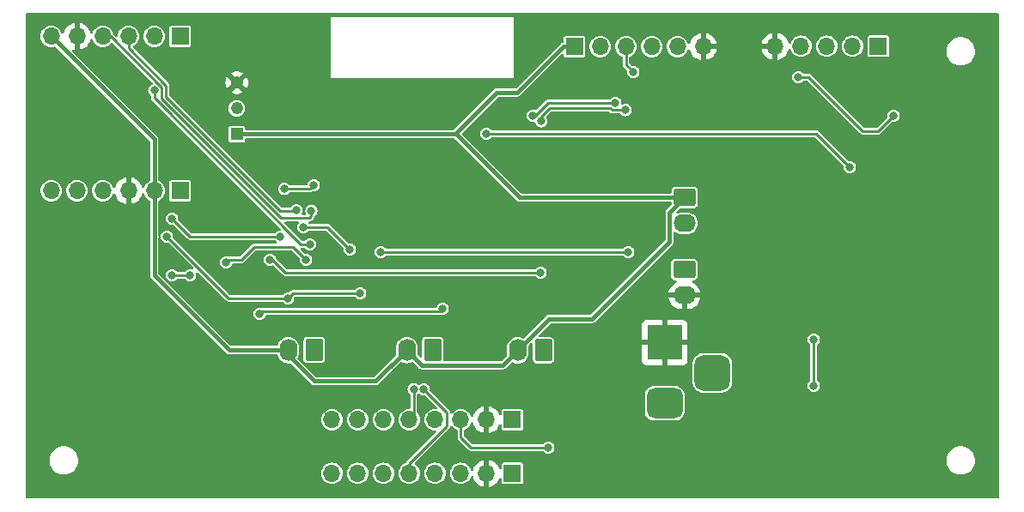
<source format=gbr>
G04 #@! TF.GenerationSoftware,KiCad,Pcbnew,7.0.10*
G04 #@! TF.CreationDate,2024-03-04T21:29:39-06:00*
G04 #@! TF.ProjectId,JargonJolt,4a617267-6f6e-44a6-9f6c-742e6b696361,rev?*
G04 #@! TF.SameCoordinates,Original*
G04 #@! TF.FileFunction,Copper,L2,Bot*
G04 #@! TF.FilePolarity,Positive*
%FSLAX46Y46*%
G04 Gerber Fmt 4.6, Leading zero omitted, Abs format (unit mm)*
G04 Created by KiCad (PCBNEW 7.0.10) date 2024-03-04 21:29:39*
%MOMM*%
%LPD*%
G01*
G04 APERTURE LIST*
G04 Aperture macros list*
%AMRoundRect*
0 Rectangle with rounded corners*
0 $1 Rounding radius*
0 $2 $3 $4 $5 $6 $7 $8 $9 X,Y pos of 4 corners*
0 Add a 4 corners polygon primitive as box body*
4,1,4,$2,$3,$4,$5,$6,$7,$8,$9,$2,$3,0*
0 Add four circle primitives for the rounded corners*
1,1,$1+$1,$2,$3*
1,1,$1+$1,$4,$5*
1,1,$1+$1,$6,$7*
1,1,$1+$1,$8,$9*
0 Add four rect primitives between the rounded corners*
20,1,$1+$1,$2,$3,$4,$5,0*
20,1,$1+$1,$4,$5,$6,$7,0*
20,1,$1+$1,$6,$7,$8,$9,0*
20,1,$1+$1,$8,$9,$2,$3,0*%
G04 Aperture macros list end*
G04 #@! TA.AperFunction,ComponentPad*
%ADD10R,1.700000X1.700000*%
G04 #@! TD*
G04 #@! TA.AperFunction,ComponentPad*
%ADD11O,1.700000X1.700000*%
G04 #@! TD*
G04 #@! TA.AperFunction,ComponentPad*
%ADD12R,3.500000X3.500000*%
G04 #@! TD*
G04 #@! TA.AperFunction,ComponentPad*
%ADD13RoundRect,0.750000X1.000000X-0.750000X1.000000X0.750000X-1.000000X0.750000X-1.000000X-0.750000X0*%
G04 #@! TD*
G04 #@! TA.AperFunction,ComponentPad*
%ADD14RoundRect,0.875000X0.875000X-0.875000X0.875000X0.875000X-0.875000X0.875000X-0.875000X-0.875000X0*%
G04 #@! TD*
G04 #@! TA.AperFunction,ComponentPad*
%ADD15RoundRect,0.250000X0.620000X0.845000X-0.620000X0.845000X-0.620000X-0.845000X0.620000X-0.845000X0*%
G04 #@! TD*
G04 #@! TA.AperFunction,ComponentPad*
%ADD16O,1.740000X2.190000*%
G04 #@! TD*
G04 #@! TA.AperFunction,ComponentPad*
%ADD17RoundRect,0.250000X-0.845000X0.620000X-0.845000X-0.620000X0.845000X-0.620000X0.845000X0.620000X0*%
G04 #@! TD*
G04 #@! TA.AperFunction,ComponentPad*
%ADD18O,2.190000X1.740000*%
G04 #@! TD*
G04 #@! TA.AperFunction,ComponentPad*
%ADD19R,1.218000X1.218000*%
G04 #@! TD*
G04 #@! TA.AperFunction,ComponentPad*
%ADD20C,1.218000*%
G04 #@! TD*
G04 #@! TA.AperFunction,ViaPad*
%ADD21C,0.800000*%
G04 #@! TD*
G04 #@! TA.AperFunction,Conductor*
%ADD22C,0.400000*%
G04 #@! TD*
G04 #@! TA.AperFunction,Conductor*
%ADD23C,0.250000*%
G04 #@! TD*
G04 APERTURE END LIST*
D10*
X127278000Y-83868000D03*
D11*
X124738000Y-83868000D03*
X122198000Y-83868000D03*
X119658000Y-83868000D03*
X117118000Y-83868000D03*
X114578000Y-83868000D03*
D12*
X175030000Y-98854000D03*
D13*
X175030000Y-104854000D03*
D14*
X179730000Y-101854000D03*
D10*
X166140000Y-69644000D03*
D11*
X168680000Y-69644000D03*
X171220000Y-69644000D03*
X173760000Y-69644000D03*
X176300000Y-69644000D03*
X178840000Y-69644000D03*
D15*
X152170000Y-99596000D03*
D16*
X149630000Y-99596000D03*
D10*
X127278000Y-68628000D03*
D11*
X124738000Y-68628000D03*
X122198000Y-68628000D03*
X119658000Y-68628000D03*
X117118000Y-68628000D03*
X114578000Y-68628000D03*
D10*
X160020000Y-111760000D03*
D11*
X157480000Y-111760000D03*
X154940000Y-111760000D03*
X152400000Y-111760000D03*
X149860000Y-111760000D03*
X147320000Y-111760000D03*
X144780000Y-111760000D03*
X142240000Y-111760000D03*
D10*
X196088000Y-69596000D03*
D11*
X193548000Y-69596000D03*
X191008000Y-69596000D03*
X188468000Y-69596000D03*
X185928000Y-69596000D03*
D15*
X163092000Y-99616000D03*
D16*
X160552000Y-99616000D03*
D15*
X140486000Y-99596000D03*
D16*
X137946000Y-99596000D03*
D17*
X177003500Y-84534000D03*
D18*
X177003500Y-87074000D03*
D17*
X176983500Y-91646000D03*
D18*
X176983500Y-94186000D03*
D10*
X160029000Y-106474000D03*
D11*
X157489000Y-106474000D03*
X154949000Y-106474000D03*
X152409000Y-106474000D03*
X149869000Y-106474000D03*
X147329000Y-106474000D03*
X144789000Y-106474000D03*
X142249000Y-106474000D03*
D19*
X132866000Y-78280000D03*
D20*
X132866000Y-75740000D03*
X132866000Y-73200000D03*
D21*
X183134000Y-82042000D03*
X151638000Y-85852000D03*
X195580000Y-106934000D03*
X127000000Y-105664000D03*
X161290000Y-94488000D03*
X148844000Y-94234000D03*
X150876000Y-74422000D03*
X134366000Y-81280000D03*
X162814000Y-87630000D03*
X202692000Y-76200000D03*
X193294000Y-81534000D03*
X157480000Y-78232000D03*
X189738000Y-103124000D03*
X189738000Y-98552000D03*
X197612000Y-76454000D03*
X188214000Y-72644000D03*
X144018000Y-89662000D03*
X139446000Y-87471000D03*
X171450000Y-89916000D03*
X147066000Y-89916000D03*
X137160000Y-88392000D03*
X126492000Y-86614000D03*
X137922000Y-94488000D03*
X145034000Y-93980000D03*
X125984000Y-88392000D03*
X128270000Y-92202000D03*
X131826000Y-90932000D03*
X139700000Y-90678000D03*
X126492000Y-92202000D03*
X140218236Y-85837111D03*
X138751455Y-85784545D03*
X124738000Y-73962000D03*
X140081000Y-89154000D03*
X163576000Y-109220000D03*
X150297851Y-103448149D03*
X151297732Y-103463731D03*
X171196000Y-75909000D03*
X162884052Y-77008701D03*
X162052000Y-76454000D03*
X170180000Y-75184000D03*
X171958000Y-72136000D03*
X137541000Y-83693000D03*
X140462000Y-83312000D03*
X136144000Y-90678000D03*
X162814000Y-91948000D03*
X153162000Y-95504000D03*
X135128000Y-96012000D03*
D22*
X160552000Y-99616000D02*
X159077000Y-101091000D01*
X159077000Y-101091000D02*
X151125000Y-101091000D01*
X146562000Y-102664000D02*
X140486000Y-102664000D01*
X151125000Y-101091000D02*
X149630000Y-99596000D01*
X124738000Y-92226000D02*
X124738000Y-83868000D01*
X150622000Y-78280000D02*
X132866000Y-78280000D01*
X175508500Y-86029000D02*
X175508500Y-88905500D01*
X177003500Y-84534000D02*
X177003500Y-84063500D01*
X167894000Y-96520000D02*
X163648000Y-96520000D01*
X149630000Y-99596000D02*
X146562000Y-102664000D01*
X158496000Y-74168000D02*
X154384000Y-78280000D01*
X160528000Y-74168000D02*
X158496000Y-74168000D01*
X137946000Y-100124000D02*
X137946000Y-99596000D01*
X177003500Y-84534000D02*
X175508500Y-86029000D01*
X154480000Y-78280000D02*
X150622000Y-78280000D01*
X140486000Y-102664000D02*
X137946000Y-100124000D01*
X154384000Y-78280000D02*
X150622000Y-78280000D01*
X160734000Y-84534000D02*
X154480000Y-78280000D01*
X132108000Y-99596000D02*
X124738000Y-92226000D01*
X166140000Y-69644000D02*
X165052000Y-69644000D01*
X175508500Y-88905500D02*
X167894000Y-96520000D01*
X149630000Y-99596000D02*
X149396000Y-99596000D01*
X124738000Y-83868000D02*
X124738000Y-78788000D01*
X165052000Y-69644000D02*
X160528000Y-74168000D01*
X163648000Y-96520000D02*
X160552000Y-99616000D01*
X124738000Y-78788000D02*
X114578000Y-68628000D01*
X177003500Y-84534000D02*
X160734000Y-84534000D01*
X137946000Y-99596000D02*
X132108000Y-99596000D01*
D23*
X189992000Y-78232000D02*
X193294000Y-81534000D01*
X157480000Y-78232000D02*
X189992000Y-78232000D01*
X189738000Y-103124000D02*
X189738000Y-98552000D01*
X194564000Y-77978000D02*
X189230000Y-72644000D01*
X197612000Y-76454000D02*
X196088000Y-77978000D01*
X196088000Y-77978000D02*
X194564000Y-77978000D01*
X189230000Y-72644000D02*
X188214000Y-72644000D01*
X139446000Y-87471000D02*
X141827000Y-87471000D01*
X141827000Y-87471000D02*
X144018000Y-89662000D01*
X171450000Y-89916000D02*
X147066000Y-89916000D01*
X128270000Y-88392000D02*
X126492000Y-86614000D01*
X137160000Y-88392000D02*
X128270000Y-88392000D01*
X138430000Y-93980000D02*
X137922000Y-94488000D01*
X145034000Y-93980000D02*
X138430000Y-93980000D01*
X132080000Y-94488000D02*
X137922000Y-94488000D01*
X125984000Y-88392000D02*
X132080000Y-94488000D01*
X134620000Y-89408000D02*
X138430000Y-89408000D01*
X133350000Y-90678000D02*
X134620000Y-89408000D01*
X132080000Y-90678000D02*
X133350000Y-90678000D01*
X131826000Y-90932000D02*
X132080000Y-90678000D01*
X126492000Y-92202000D02*
X128270000Y-92202000D01*
X138430000Y-89408000D02*
X139700000Y-90678000D01*
X139991000Y-86577000D02*
X137251396Y-86577000D01*
X125463000Y-73661695D02*
X120429305Y-68628000D01*
X140218236Y-85837111D02*
X140218236Y-86349764D01*
X125463000Y-74788604D02*
X125463000Y-73661695D01*
X120429305Y-68628000D02*
X119658000Y-68628000D01*
X137251396Y-86577000D02*
X125463000Y-74788604D01*
X140218236Y-86349764D02*
X139991000Y-86577000D01*
X138684000Y-85852000D02*
X137162792Y-85852000D01*
X122198000Y-69760299D02*
X122198000Y-68628000D01*
X138751455Y-85784545D02*
X138684000Y-85852000D01*
X125913000Y-73475299D02*
X122198000Y-69760299D01*
X137162792Y-85852000D02*
X125913000Y-74602208D01*
X125913000Y-74602208D02*
X125913000Y-73475299D01*
X140081000Y-89154000D02*
X139192000Y-89154000D01*
X139192000Y-89154000D02*
X124738000Y-74700000D01*
X124738000Y-74700000D02*
X124738000Y-73962000D01*
X154949000Y-106474000D02*
X154949000Y-108213000D01*
X154949000Y-108213000D02*
X155448000Y-108712000D01*
X155448000Y-108712000D02*
X155956000Y-109220000D01*
X155956000Y-109220000D02*
X163576000Y-109220000D01*
X150297851Y-106045149D02*
X149869000Y-106474000D01*
X150297851Y-103448149D02*
X150297851Y-106045149D01*
X153584000Y-105749999D02*
X151297732Y-103463731D01*
X149860000Y-111760000D02*
X149860000Y-110816000D01*
X149860000Y-110816000D02*
X153584000Y-107092000D01*
X153584000Y-107092000D02*
X153584000Y-105749999D01*
X169879695Y-75909000D02*
X169662695Y-75692000D01*
X171196000Y-75909000D02*
X169879695Y-75909000D01*
X163704396Y-75692000D02*
X162884052Y-76512344D01*
X169662695Y-75692000D02*
X163704396Y-75692000D01*
X162884052Y-76512344D02*
X162884052Y-77008701D01*
X162052000Y-76454000D02*
X162306000Y-76454000D01*
X162306000Y-76454000D02*
X163576000Y-75184000D01*
X163576000Y-75184000D02*
X170180000Y-75184000D01*
X171220000Y-71398000D02*
X171220000Y-69644000D01*
X171958000Y-72136000D02*
X171220000Y-71398000D01*
X137541000Y-83693000D02*
X140081000Y-83693000D01*
X140081000Y-83693000D02*
X140462000Y-83312000D01*
X137668000Y-91948000D02*
X162814000Y-91948000D01*
X136398000Y-90678000D02*
X137668000Y-91948000D01*
X136144000Y-90678000D02*
X136398000Y-90678000D01*
X152908000Y-95758000D02*
X153162000Y-95504000D01*
X135128000Y-96012000D02*
X135382000Y-95758000D01*
X135382000Y-95758000D02*
X152908000Y-95758000D01*
G04 #@! TA.AperFunction,Conductor*
G36*
X207922539Y-66360185D02*
G01*
X207968294Y-66412989D01*
X207979500Y-66464500D01*
X207979500Y-114129500D01*
X207959815Y-114196539D01*
X207907011Y-114242294D01*
X207855500Y-114253500D01*
X112184500Y-114253500D01*
X112117461Y-114233815D01*
X112071706Y-114181011D01*
X112060500Y-114129500D01*
X112060500Y-110430346D01*
X114419702Y-110430346D01*
X114429819Y-110668528D01*
X114429819Y-110668532D01*
X114480045Y-110901580D01*
X114568935Y-111122788D01*
X114568936Y-111122790D01*
X114693931Y-111325795D01*
X114851436Y-111504755D01*
X115036920Y-111654523D01*
X115245046Y-111770790D01*
X115370951Y-111815275D01*
X115469829Y-111850211D01*
X115704790Y-111890499D01*
X115704798Y-111890499D01*
X115704800Y-111890500D01*
X115704801Y-111890500D01*
X115883496Y-111890500D01*
X115883497Y-111890500D01*
X115883498Y-111890499D01*
X115883515Y-111890499D01*
X116061536Y-111875347D01*
X116061539Y-111875346D01*
X116061541Y-111875346D01*
X116292249Y-111815275D01*
X116414529Y-111760000D01*
X141184417Y-111760000D01*
X141204699Y-111965932D01*
X141204700Y-111965934D01*
X141264768Y-112163954D01*
X141362315Y-112346450D01*
X141362317Y-112346452D01*
X141493589Y-112506410D01*
X141590209Y-112585702D01*
X141653550Y-112637685D01*
X141836046Y-112735232D01*
X142034066Y-112795300D01*
X142034065Y-112795300D01*
X142052529Y-112797118D01*
X142240000Y-112815583D01*
X142445934Y-112795300D01*
X142643954Y-112735232D01*
X142826450Y-112637685D01*
X142986410Y-112506410D01*
X143117685Y-112346450D01*
X143215232Y-112163954D01*
X143275300Y-111965934D01*
X143295583Y-111760000D01*
X143724417Y-111760000D01*
X143744699Y-111965932D01*
X143744700Y-111965934D01*
X143804768Y-112163954D01*
X143902315Y-112346450D01*
X143902317Y-112346452D01*
X144033589Y-112506410D01*
X144130209Y-112585702D01*
X144193550Y-112637685D01*
X144376046Y-112735232D01*
X144574066Y-112795300D01*
X144574065Y-112795300D01*
X144592529Y-112797118D01*
X144780000Y-112815583D01*
X144985934Y-112795300D01*
X145183954Y-112735232D01*
X145366450Y-112637685D01*
X145526410Y-112506410D01*
X145657685Y-112346450D01*
X145755232Y-112163954D01*
X145815300Y-111965934D01*
X145835583Y-111760000D01*
X146264417Y-111760000D01*
X146284699Y-111965932D01*
X146284700Y-111965934D01*
X146344768Y-112163954D01*
X146442315Y-112346450D01*
X146442317Y-112346452D01*
X146573589Y-112506410D01*
X146670209Y-112585702D01*
X146733550Y-112637685D01*
X146916046Y-112735232D01*
X147114066Y-112795300D01*
X147114065Y-112795300D01*
X147132529Y-112797118D01*
X147320000Y-112815583D01*
X147525934Y-112795300D01*
X147723954Y-112735232D01*
X147906450Y-112637685D01*
X148066410Y-112506410D01*
X148197685Y-112346450D01*
X148295232Y-112163954D01*
X148355300Y-111965934D01*
X148375583Y-111760000D01*
X148804417Y-111760000D01*
X148824699Y-111965932D01*
X148824700Y-111965934D01*
X148884768Y-112163954D01*
X148982315Y-112346450D01*
X148982317Y-112346452D01*
X149113589Y-112506410D01*
X149210209Y-112585702D01*
X149273550Y-112637685D01*
X149456046Y-112735232D01*
X149654066Y-112795300D01*
X149654065Y-112795300D01*
X149672529Y-112797118D01*
X149860000Y-112815583D01*
X150065934Y-112795300D01*
X150263954Y-112735232D01*
X150446450Y-112637685D01*
X150606410Y-112506410D01*
X150737685Y-112346450D01*
X150835232Y-112163954D01*
X150895300Y-111965934D01*
X150915583Y-111760000D01*
X151344417Y-111760000D01*
X151364699Y-111965932D01*
X151364700Y-111965934D01*
X151424768Y-112163954D01*
X151522315Y-112346450D01*
X151522317Y-112346452D01*
X151653589Y-112506410D01*
X151750209Y-112585702D01*
X151813550Y-112637685D01*
X151996046Y-112735232D01*
X152194066Y-112795300D01*
X152194065Y-112795300D01*
X152212529Y-112797118D01*
X152400000Y-112815583D01*
X152605934Y-112795300D01*
X152803954Y-112735232D01*
X152986450Y-112637685D01*
X153146410Y-112506410D01*
X153277685Y-112346450D01*
X153375232Y-112163954D01*
X153435300Y-111965934D01*
X153455583Y-111760000D01*
X153884417Y-111760000D01*
X153904699Y-111965932D01*
X153904700Y-111965934D01*
X153964768Y-112163954D01*
X154062315Y-112346450D01*
X154062317Y-112346452D01*
X154193589Y-112506410D01*
X154290209Y-112585702D01*
X154353550Y-112637685D01*
X154536046Y-112735232D01*
X154734066Y-112795300D01*
X154734065Y-112795300D01*
X154752529Y-112797118D01*
X154940000Y-112815583D01*
X155145934Y-112795300D01*
X155343954Y-112735232D01*
X155526450Y-112637685D01*
X155686410Y-112506410D01*
X155817685Y-112346450D01*
X155915232Y-112163954D01*
X155935406Y-112097446D01*
X155973702Y-112039010D01*
X156037514Y-112010553D01*
X156106581Y-112021112D01*
X156158975Y-112067336D01*
X156173841Y-112101349D01*
X156206567Y-112223486D01*
X156206570Y-112223492D01*
X156306399Y-112437578D01*
X156441894Y-112631082D01*
X156608917Y-112798105D01*
X156802421Y-112933600D01*
X157016507Y-113033429D01*
X157016516Y-113033433D01*
X157230000Y-113090634D01*
X157230000Y-112195501D01*
X157337685Y-112244680D01*
X157444237Y-112260000D01*
X157515763Y-112260000D01*
X157622315Y-112244680D01*
X157730000Y-112195501D01*
X157730000Y-113090633D01*
X157943483Y-113033433D01*
X157943492Y-113033429D01*
X158157578Y-112933600D01*
X158351082Y-112798105D01*
X158518105Y-112631082D01*
X158653599Y-112437578D01*
X158733118Y-112267051D01*
X158779290Y-112214612D01*
X158846484Y-112195460D01*
X158913365Y-112215676D01*
X158958699Y-112268841D01*
X158969500Y-112319456D01*
X158969500Y-112629752D01*
X158981131Y-112688229D01*
X158981132Y-112688230D01*
X159025447Y-112754552D01*
X159091769Y-112798867D01*
X159091770Y-112798868D01*
X159150247Y-112810499D01*
X159150250Y-112810500D01*
X159150252Y-112810500D01*
X160889750Y-112810500D01*
X160889751Y-112810499D01*
X160904568Y-112807552D01*
X160948229Y-112798868D01*
X160948229Y-112798867D01*
X160948231Y-112798867D01*
X161014552Y-112754552D01*
X161058867Y-112688231D01*
X161058867Y-112688229D01*
X161058868Y-112688229D01*
X161068922Y-112637682D01*
X161070500Y-112629748D01*
X161070500Y-110890252D01*
X161070500Y-110890249D01*
X161070499Y-110890247D01*
X161058868Y-110831770D01*
X161058867Y-110831769D01*
X161014552Y-110765447D01*
X160948230Y-110721132D01*
X160948229Y-110721131D01*
X160889752Y-110709500D01*
X160889748Y-110709500D01*
X159150252Y-110709500D01*
X159150247Y-110709500D01*
X159091770Y-110721131D01*
X159091769Y-110721132D01*
X159025447Y-110765447D01*
X158981132Y-110831769D01*
X158981131Y-110831770D01*
X158969500Y-110890247D01*
X158969500Y-111200543D01*
X158949815Y-111267582D01*
X158897011Y-111313337D01*
X158827853Y-111323281D01*
X158764297Y-111294256D01*
X158733118Y-111252948D01*
X158653600Y-111082422D01*
X158653599Y-111082420D01*
X158518113Y-110888926D01*
X158518108Y-110888920D01*
X158351082Y-110721894D01*
X158157578Y-110586399D01*
X157943492Y-110486570D01*
X157943486Y-110486567D01*
X157733665Y-110430346D01*
X202811702Y-110430346D01*
X202821819Y-110668528D01*
X202821819Y-110668532D01*
X202872045Y-110901580D01*
X202960935Y-111122788D01*
X202960936Y-111122790D01*
X203085931Y-111325795D01*
X203243436Y-111504755D01*
X203428920Y-111654523D01*
X203637046Y-111770790D01*
X203762951Y-111815275D01*
X203861829Y-111850211D01*
X204096790Y-111890499D01*
X204096798Y-111890499D01*
X204096800Y-111890500D01*
X204096801Y-111890500D01*
X204275496Y-111890500D01*
X204275497Y-111890500D01*
X204275498Y-111890499D01*
X204275515Y-111890499D01*
X204453536Y-111875347D01*
X204453539Y-111875346D01*
X204453541Y-111875346D01*
X204684249Y-111815275D01*
X204816973Y-111755279D01*
X204901480Y-111717080D01*
X204901481Y-111717078D01*
X204901486Y-111717077D01*
X205099003Y-111583579D01*
X205271118Y-111418621D01*
X205412879Y-111226947D01*
X205520207Y-111014074D01*
X205590016Y-110786123D01*
X205620298Y-110549654D01*
X205610180Y-110311468D01*
X205559954Y-110078419D01*
X205471064Y-109857210D01*
X205346069Y-109654205D01*
X205188564Y-109475245D01*
X205003080Y-109325477D01*
X204814271Y-109220001D01*
X204794955Y-109209210D01*
X204570170Y-109129788D01*
X204335209Y-109089500D01*
X204335200Y-109089500D01*
X204156503Y-109089500D01*
X204156484Y-109089500D01*
X203978463Y-109104652D01*
X203747751Y-109164724D01*
X203530519Y-109262919D01*
X203530511Y-109262924D01*
X203333006Y-109396413D01*
X203332997Y-109396421D01*
X203160881Y-109561379D01*
X203019123Y-109753050D01*
X203019120Y-109753054D01*
X202911796Y-109965920D01*
X202911793Y-109965926D01*
X202841983Y-110193878D01*
X202811702Y-110430346D01*
X157733665Y-110430346D01*
X157730000Y-110429364D01*
X157730000Y-111324498D01*
X157622315Y-111275320D01*
X157515763Y-111260000D01*
X157444237Y-111260000D01*
X157337685Y-111275320D01*
X157230000Y-111324498D01*
X157230000Y-110429364D01*
X157229999Y-110429364D01*
X157016513Y-110486567D01*
X157016507Y-110486570D01*
X156802422Y-110586399D01*
X156802420Y-110586400D01*
X156608926Y-110721886D01*
X156608920Y-110721891D01*
X156441891Y-110888920D01*
X156441886Y-110888926D01*
X156306400Y-111082420D01*
X156306399Y-111082422D01*
X156206570Y-111296507D01*
X156206567Y-111296514D01*
X156173841Y-111418650D01*
X156137476Y-111478310D01*
X156074629Y-111508839D01*
X156005253Y-111500544D01*
X155951375Y-111456059D01*
X155935406Y-111422553D01*
X155915232Y-111356046D01*
X155817685Y-111173550D01*
X155742897Y-111082420D01*
X155686410Y-111013589D01*
X155549926Y-110901581D01*
X155526450Y-110882315D01*
X155343954Y-110784768D01*
X155145934Y-110724700D01*
X155145932Y-110724699D01*
X155145934Y-110724699D01*
X154940000Y-110704417D01*
X154734067Y-110724699D01*
X154599736Y-110765448D01*
X154536050Y-110784767D01*
X154536043Y-110784769D01*
X154448114Y-110831769D01*
X154353550Y-110882315D01*
X154353548Y-110882316D01*
X154353547Y-110882317D01*
X154193589Y-111013589D01*
X154103972Y-111122790D01*
X154062315Y-111173550D01*
X154033772Y-111226949D01*
X153964769Y-111356043D01*
X153904699Y-111554067D01*
X153884417Y-111760000D01*
X153455583Y-111760000D01*
X153435300Y-111554066D01*
X153375232Y-111356046D01*
X153277685Y-111173550D01*
X153202897Y-111082420D01*
X153146410Y-111013589D01*
X153009926Y-110901581D01*
X152986450Y-110882315D01*
X152803954Y-110784768D01*
X152605934Y-110724700D01*
X152605932Y-110724699D01*
X152605934Y-110724699D01*
X152400000Y-110704417D01*
X152194067Y-110724699D01*
X152059736Y-110765448D01*
X151996050Y-110784767D01*
X151996043Y-110784769D01*
X151908114Y-110831769D01*
X151813550Y-110882315D01*
X151813548Y-110882316D01*
X151813547Y-110882317D01*
X151653589Y-111013589D01*
X151563972Y-111122790D01*
X151522315Y-111173550D01*
X151493772Y-111226949D01*
X151424769Y-111356043D01*
X151364699Y-111554067D01*
X151344417Y-111760000D01*
X150915583Y-111760000D01*
X150895300Y-111554066D01*
X150835232Y-111356046D01*
X150737685Y-111173550D01*
X150606410Y-111013590D01*
X150606409Y-111013589D01*
X150446511Y-110882364D01*
X150407177Y-110824619D01*
X150405306Y-110754774D01*
X150437493Y-110698832D01*
X153800296Y-107336029D01*
X153808249Y-107328741D01*
X153837194Y-107304455D01*
X153856082Y-107271738D01*
X153861881Y-107262635D01*
X153883554Y-107231684D01*
X153883554Y-107231681D01*
X153885819Y-107226824D01*
X153892747Y-107210099D01*
X153894587Y-107205046D01*
X153894588Y-107205045D01*
X153899988Y-107174416D01*
X153931010Y-107111817D01*
X153990956Y-107075925D01*
X154060791Y-107078139D01*
X154117956Y-107117284D01*
X154189980Y-107205045D01*
X154202590Y-107220410D01*
X154362550Y-107351685D01*
X154545046Y-107449232D01*
X154545051Y-107449233D01*
X154546951Y-107450021D01*
X154547796Y-107450701D01*
X154550419Y-107452104D01*
X154550153Y-107452601D01*
X154601355Y-107493862D01*
X154623421Y-107560156D01*
X154623500Y-107564583D01*
X154623500Y-108193372D01*
X154623028Y-108204181D01*
X154619735Y-108241808D01*
X154629512Y-108278298D01*
X154631852Y-108288852D01*
X154638411Y-108326042D01*
X154640235Y-108331055D01*
X154647197Y-108347861D01*
X154649446Y-108352684D01*
X154671104Y-108383616D01*
X154676914Y-108392734D01*
X154695806Y-108425455D01*
X154724743Y-108449736D01*
X154732718Y-108457044D01*
X155197702Y-108922028D01*
X155711955Y-109436282D01*
X155719262Y-109444256D01*
X155743542Y-109473190D01*
X155743545Y-109473194D01*
X155776261Y-109492082D01*
X155785366Y-109497882D01*
X155816316Y-109519553D01*
X155816318Y-109519553D01*
X155816319Y-109519554D01*
X155821168Y-109521815D01*
X155837947Y-109528765D01*
X155842952Y-109530587D01*
X155842953Y-109530587D01*
X155842955Y-109530588D01*
X155880162Y-109537148D01*
X155890701Y-109539484D01*
X155927193Y-109549263D01*
X155964811Y-109545971D01*
X155975618Y-109545500D01*
X163007701Y-109545500D01*
X163074740Y-109565185D01*
X163106076Y-109594013D01*
X163147718Y-109648282D01*
X163273159Y-109744536D01*
X163419238Y-109805044D01*
X163497619Y-109815363D01*
X163575999Y-109825682D01*
X163576000Y-109825682D01*
X163576001Y-109825682D01*
X163628254Y-109818802D01*
X163732762Y-109805044D01*
X163878841Y-109744536D01*
X164004282Y-109648282D01*
X164100536Y-109522841D01*
X164161044Y-109376762D01*
X164181682Y-109220000D01*
X164180261Y-109209210D01*
X164161044Y-109063239D01*
X164161044Y-109063238D01*
X164100536Y-108917159D01*
X164004282Y-108791718D01*
X163878841Y-108695464D01*
X163732762Y-108634956D01*
X163732760Y-108634955D01*
X163576001Y-108614318D01*
X163575999Y-108614318D01*
X163419239Y-108634955D01*
X163419237Y-108634956D01*
X163273160Y-108695463D01*
X163147716Y-108791719D01*
X163106077Y-108845986D01*
X163049649Y-108887189D01*
X163007701Y-108894500D01*
X156142189Y-108894500D01*
X156075150Y-108874815D01*
X156054508Y-108858181D01*
X155658028Y-108461702D01*
X155310819Y-108114493D01*
X155277334Y-108053170D01*
X155274500Y-108026812D01*
X155274500Y-107564583D01*
X155294185Y-107497544D01*
X155346989Y-107451789D01*
X155351049Y-107450021D01*
X155352945Y-107449234D01*
X155352954Y-107449232D01*
X155535450Y-107351685D01*
X155695410Y-107220410D01*
X155826685Y-107060450D01*
X155924232Y-106877954D01*
X155944406Y-106811446D01*
X155982702Y-106753010D01*
X156046514Y-106724553D01*
X156115581Y-106735112D01*
X156167975Y-106781336D01*
X156182841Y-106815349D01*
X156215567Y-106937486D01*
X156215570Y-106937492D01*
X156315399Y-107151578D01*
X156450894Y-107345082D01*
X156617917Y-107512105D01*
X156811421Y-107647600D01*
X157025507Y-107747429D01*
X157025516Y-107747433D01*
X157239000Y-107804634D01*
X157239000Y-106909501D01*
X157346685Y-106958680D01*
X157453237Y-106974000D01*
X157524763Y-106974000D01*
X157631315Y-106958680D01*
X157739000Y-106909501D01*
X157739000Y-107804633D01*
X157952483Y-107747433D01*
X157952492Y-107747429D01*
X158166578Y-107647600D01*
X158360082Y-107512105D01*
X158527105Y-107345082D01*
X158662599Y-107151578D01*
X158742118Y-106981051D01*
X158788290Y-106928612D01*
X158855484Y-106909460D01*
X158922365Y-106929676D01*
X158967699Y-106982841D01*
X158978500Y-107033456D01*
X158978500Y-107343752D01*
X158990131Y-107402229D01*
X158990132Y-107402230D01*
X159034447Y-107468552D01*
X159100769Y-107512867D01*
X159100770Y-107512868D01*
X159159247Y-107524499D01*
X159159250Y-107524500D01*
X159159252Y-107524500D01*
X160898750Y-107524500D01*
X160898751Y-107524499D01*
X160913568Y-107521552D01*
X160957229Y-107512868D01*
X160957229Y-107512867D01*
X160957231Y-107512867D01*
X161023552Y-107468552D01*
X161067867Y-107402231D01*
X161067867Y-107402229D01*
X161067868Y-107402229D01*
X161077922Y-107351682D01*
X161079500Y-107343748D01*
X161079500Y-105659138D01*
X173079500Y-105659138D01*
X173081680Y-105683662D01*
X173089582Y-105772548D01*
X173142762Y-105958405D01*
X173154869Y-105981582D01*
X173232266Y-106129751D01*
X173234630Y-106132650D01*
X173354428Y-106279571D01*
X173392615Y-106310708D01*
X173504249Y-106401734D01*
X173675594Y-106491237D01*
X173861448Y-106544417D01*
X173974862Y-106554500D01*
X173974870Y-106554500D01*
X176085130Y-106554500D01*
X176085138Y-106554500D01*
X176198552Y-106544417D01*
X176384406Y-106491237D01*
X176555751Y-106401734D01*
X176705571Y-106279571D01*
X176827734Y-106129751D01*
X176917237Y-105958406D01*
X176970417Y-105772552D01*
X176980500Y-105659138D01*
X176980500Y-104048862D01*
X176970417Y-103935448D01*
X176917237Y-103749594D01*
X176827734Y-103578249D01*
X176766652Y-103503339D01*
X176705571Y-103428428D01*
X176556614Y-103306970D01*
X176555751Y-103306266D01*
X176541082Y-103298604D01*
X176384405Y-103216762D01*
X176229845Y-103172537D01*
X176198552Y-103163583D01*
X176198551Y-103163582D01*
X176198548Y-103163582D01*
X176109662Y-103155680D01*
X176085138Y-103153500D01*
X173974862Y-103153500D01*
X173962599Y-103154590D01*
X173861451Y-103163582D01*
X173675594Y-103216762D01*
X173504250Y-103306265D01*
X173354428Y-103428428D01*
X173232265Y-103578250D01*
X173142762Y-103749594D01*
X173089582Y-103935451D01*
X173087818Y-103955298D01*
X173079500Y-104048862D01*
X173079500Y-105659138D01*
X161079500Y-105659138D01*
X161079500Y-105604252D01*
X161079500Y-105604249D01*
X161079499Y-105604247D01*
X161067868Y-105545770D01*
X161067867Y-105545769D01*
X161023552Y-105479447D01*
X160957230Y-105435132D01*
X160957229Y-105435131D01*
X160898752Y-105423500D01*
X160898748Y-105423500D01*
X159159252Y-105423500D01*
X159159247Y-105423500D01*
X159100770Y-105435131D01*
X159100769Y-105435132D01*
X159034447Y-105479447D01*
X158990132Y-105545769D01*
X158990131Y-105545770D01*
X158978500Y-105604247D01*
X158978500Y-105914543D01*
X158958815Y-105981582D01*
X158906011Y-106027337D01*
X158836853Y-106037281D01*
X158773297Y-106008256D01*
X158742118Y-105966948D01*
X158662600Y-105796422D01*
X158662599Y-105796420D01*
X158527113Y-105602926D01*
X158527108Y-105602920D01*
X158360082Y-105435894D01*
X158166578Y-105300399D01*
X157952492Y-105200570D01*
X157952486Y-105200567D01*
X157739000Y-105143364D01*
X157739000Y-106038498D01*
X157631315Y-105989320D01*
X157524763Y-105974000D01*
X157453237Y-105974000D01*
X157346685Y-105989320D01*
X157239000Y-106038498D01*
X157239000Y-105143364D01*
X157238999Y-105143364D01*
X157025513Y-105200567D01*
X157025507Y-105200570D01*
X156811422Y-105300399D01*
X156811420Y-105300400D01*
X156617926Y-105435886D01*
X156617920Y-105435891D01*
X156450891Y-105602920D01*
X156450886Y-105602926D01*
X156315400Y-105796420D01*
X156315399Y-105796422D01*
X156215570Y-106010507D01*
X156215567Y-106010514D01*
X156182841Y-106132650D01*
X156146476Y-106192310D01*
X156083629Y-106222839D01*
X156014253Y-106214544D01*
X155960375Y-106170059D01*
X155944406Y-106136553D01*
X155924232Y-106070046D01*
X155826685Y-105887550D01*
X155751897Y-105796420D01*
X155695410Y-105727589D01*
X155545121Y-105604252D01*
X155535450Y-105596315D01*
X155352954Y-105498768D01*
X155154934Y-105438700D01*
X155154932Y-105438699D01*
X155154934Y-105438699D01*
X154949000Y-105418417D01*
X154743067Y-105438699D01*
X154545043Y-105498769D01*
X154457114Y-105545769D01*
X154362550Y-105596315D01*
X154362548Y-105596316D01*
X154362547Y-105596317D01*
X154202589Y-105727590D01*
X154132433Y-105813076D01*
X154074688Y-105852410D01*
X154004843Y-105854281D01*
X153945075Y-105818094D01*
X153914359Y-105755338D01*
X153913052Y-105723600D01*
X153913263Y-105721192D01*
X153909528Y-105707252D01*
X153903486Y-105684703D01*
X153901144Y-105674138D01*
X153898498Y-105659130D01*
X153894588Y-105636954D01*
X153894586Y-105636951D01*
X153892760Y-105631932D01*
X153885820Y-105615175D01*
X153883554Y-105610318D01*
X153883554Y-105610315D01*
X153861890Y-105579375D01*
X153856078Y-105570252D01*
X153841943Y-105545770D01*
X153837194Y-105537544D01*
X153808261Y-105513266D01*
X153800286Y-105505958D01*
X151929743Y-103635416D01*
X151896258Y-103574093D01*
X151894485Y-103531549D01*
X151903414Y-103463731D01*
X151903414Y-103463729D01*
X151882776Y-103306970D01*
X151882776Y-103306969D01*
X151822268Y-103160890D01*
X151726014Y-103035449D01*
X151600573Y-102939195D01*
X151562952Y-102923612D01*
X151454494Y-102878687D01*
X151454492Y-102878686D01*
X151297733Y-102858049D01*
X151297731Y-102858049D01*
X151140971Y-102878686D01*
X151140969Y-102878687D01*
X150994889Y-102939195D01*
X150883430Y-103024721D01*
X150818261Y-103049915D01*
X150749816Y-103035876D01*
X150732457Y-103024721D01*
X150726135Y-103019870D01*
X150726133Y-103019867D01*
X150600692Y-102923613D01*
X150549339Y-102902342D01*
X150454613Y-102863105D01*
X150454611Y-102863104D01*
X150297852Y-102842467D01*
X150297850Y-102842467D01*
X150141090Y-102863104D01*
X150141088Y-102863105D01*
X149995011Y-102923612D01*
X149869569Y-103019867D01*
X149773314Y-103145309D01*
X149712807Y-103291386D01*
X149712806Y-103291388D01*
X149692169Y-103448147D01*
X149692169Y-103448150D01*
X149712806Y-103604909D01*
X149712807Y-103604911D01*
X149773315Y-103750990D01*
X149869569Y-103876431D01*
X149923838Y-103918073D01*
X149965040Y-103974498D01*
X149972351Y-104016447D01*
X149972351Y-105295850D01*
X149952666Y-105362889D01*
X149899862Y-105408644D01*
X149860506Y-105419253D01*
X149663067Y-105438699D01*
X149465043Y-105498769D01*
X149377114Y-105545769D01*
X149282550Y-105596315D01*
X149282548Y-105596316D01*
X149282547Y-105596317D01*
X149122589Y-105727589D01*
X148991317Y-105887547D01*
X148893769Y-106070043D01*
X148833699Y-106268067D01*
X148813417Y-106474000D01*
X148833699Y-106679932D01*
X148833700Y-106679934D01*
X148893768Y-106877954D01*
X148991315Y-107060450D01*
X148991317Y-107060452D01*
X149122589Y-107220410D01*
X149185152Y-107271753D01*
X149282550Y-107351685D01*
X149465046Y-107449232D01*
X149663066Y-107509300D01*
X149663065Y-107509300D01*
X149681529Y-107511118D01*
X149869000Y-107529583D01*
X150074934Y-107509300D01*
X150272954Y-107449232D01*
X150455450Y-107351685D01*
X150615410Y-107220410D01*
X150746685Y-107060450D01*
X150844232Y-106877954D01*
X150904300Y-106679934D01*
X150924583Y-106474000D01*
X150904300Y-106268066D01*
X150844232Y-106070046D01*
X150746685Y-105887550D01*
X150651497Y-105771562D01*
X150624185Y-105707252D01*
X150623351Y-105692898D01*
X150623351Y-104016447D01*
X150643036Y-103949408D01*
X150671861Y-103918074D01*
X150712154Y-103887157D01*
X150777321Y-103861964D01*
X150845766Y-103876003D01*
X150863125Y-103887158D01*
X150869446Y-103892009D01*
X150869450Y-103892013D01*
X150994891Y-103988267D01*
X151140970Y-104048775D01*
X151169280Y-104052502D01*
X151297731Y-104069413D01*
X151297732Y-104069413D01*
X151297733Y-104069413D01*
X151333440Y-104064711D01*
X151365550Y-104060484D01*
X151434585Y-104071249D01*
X151469417Y-104095742D01*
X152588892Y-105215218D01*
X152622377Y-105276541D01*
X152617393Y-105346233D01*
X152575521Y-105402166D01*
X152510057Y-105426583D01*
X152489057Y-105426302D01*
X152409000Y-105418417D01*
X152203067Y-105438699D01*
X152005043Y-105498769D01*
X151917114Y-105545769D01*
X151822550Y-105596315D01*
X151822548Y-105596316D01*
X151822547Y-105596317D01*
X151662589Y-105727589D01*
X151531317Y-105887547D01*
X151433769Y-106070043D01*
X151373699Y-106268067D01*
X151353417Y-106474000D01*
X151373699Y-106679932D01*
X151373700Y-106679934D01*
X151433768Y-106877954D01*
X151531315Y-107060450D01*
X151531317Y-107060452D01*
X151662589Y-107220410D01*
X151725152Y-107271753D01*
X151822550Y-107351685D01*
X152005046Y-107449232D01*
X152203066Y-107509300D01*
X152203065Y-107509300D01*
X152239292Y-107512868D01*
X152400331Y-107528729D01*
X152465118Y-107554890D01*
X152505477Y-107611924D01*
X152508594Y-107681724D01*
X152475858Y-107739813D01*
X149643715Y-110571957D01*
X149635742Y-110579264D01*
X149606805Y-110603545D01*
X149587914Y-110636264D01*
X149582105Y-110645381D01*
X149560446Y-110676313D01*
X149558206Y-110681117D01*
X149551228Y-110697965D01*
X149548725Y-110704841D01*
X149546864Y-110707367D01*
X149543995Y-110712339D01*
X149543439Y-110712018D01*
X149507293Y-110761101D01*
X149468208Y-110781078D01*
X149456045Y-110784767D01*
X149311016Y-110862288D01*
X149273550Y-110882315D01*
X149273548Y-110882316D01*
X149273547Y-110882317D01*
X149113589Y-111013589D01*
X149023972Y-111122790D01*
X148982315Y-111173550D01*
X148953772Y-111226949D01*
X148884769Y-111356043D01*
X148824699Y-111554067D01*
X148804417Y-111760000D01*
X148375583Y-111760000D01*
X148355300Y-111554066D01*
X148295232Y-111356046D01*
X148197685Y-111173550D01*
X148122897Y-111082420D01*
X148066410Y-111013589D01*
X147929926Y-110901581D01*
X147906450Y-110882315D01*
X147723954Y-110784768D01*
X147525934Y-110724700D01*
X147525932Y-110724699D01*
X147525934Y-110724699D01*
X147320000Y-110704417D01*
X147114067Y-110724699D01*
X146979736Y-110765448D01*
X146916050Y-110784767D01*
X146916043Y-110784769D01*
X146828114Y-110831769D01*
X146733550Y-110882315D01*
X146733548Y-110882316D01*
X146733547Y-110882317D01*
X146573589Y-111013589D01*
X146483972Y-111122790D01*
X146442315Y-111173550D01*
X146413772Y-111226949D01*
X146344769Y-111356043D01*
X146284699Y-111554067D01*
X146264417Y-111760000D01*
X145835583Y-111760000D01*
X145815300Y-111554066D01*
X145755232Y-111356046D01*
X145657685Y-111173550D01*
X145582897Y-111082420D01*
X145526410Y-111013589D01*
X145389926Y-110901581D01*
X145366450Y-110882315D01*
X145183954Y-110784768D01*
X144985934Y-110724700D01*
X144985932Y-110724699D01*
X144985934Y-110724699D01*
X144780000Y-110704417D01*
X144574067Y-110724699D01*
X144439736Y-110765448D01*
X144376050Y-110784767D01*
X144376043Y-110784769D01*
X144288114Y-110831769D01*
X144193550Y-110882315D01*
X144193548Y-110882316D01*
X144193547Y-110882317D01*
X144033589Y-111013589D01*
X143943972Y-111122790D01*
X143902315Y-111173550D01*
X143873772Y-111226949D01*
X143804769Y-111356043D01*
X143744699Y-111554067D01*
X143724417Y-111760000D01*
X143295583Y-111760000D01*
X143275300Y-111554066D01*
X143215232Y-111356046D01*
X143117685Y-111173550D01*
X143042897Y-111082420D01*
X142986410Y-111013589D01*
X142849926Y-110901581D01*
X142826450Y-110882315D01*
X142643954Y-110784768D01*
X142445934Y-110724700D01*
X142445932Y-110724699D01*
X142445934Y-110724699D01*
X142240000Y-110704417D01*
X142034067Y-110724699D01*
X141899736Y-110765448D01*
X141836050Y-110784767D01*
X141836043Y-110784769D01*
X141748114Y-110831769D01*
X141653550Y-110882315D01*
X141653548Y-110882316D01*
X141653547Y-110882317D01*
X141493589Y-111013589D01*
X141403972Y-111122790D01*
X141362315Y-111173550D01*
X141333772Y-111226949D01*
X141264769Y-111356043D01*
X141204699Y-111554067D01*
X141184417Y-111760000D01*
X116414529Y-111760000D01*
X116424973Y-111755279D01*
X116509480Y-111717080D01*
X116509481Y-111717078D01*
X116509486Y-111717077D01*
X116707003Y-111583579D01*
X116879118Y-111418621D01*
X117020879Y-111226947D01*
X117128207Y-111014074D01*
X117198016Y-110786123D01*
X117228298Y-110549654D01*
X117218180Y-110311468D01*
X117167954Y-110078419D01*
X117079064Y-109857210D01*
X116954069Y-109654205D01*
X116796564Y-109475245D01*
X116611080Y-109325477D01*
X116422271Y-109220001D01*
X116402955Y-109209210D01*
X116178170Y-109129788D01*
X115943209Y-109089500D01*
X115943200Y-109089500D01*
X115764503Y-109089500D01*
X115764484Y-109089500D01*
X115586463Y-109104652D01*
X115355751Y-109164724D01*
X115138519Y-109262919D01*
X115138511Y-109262924D01*
X114941006Y-109396413D01*
X114940997Y-109396421D01*
X114768881Y-109561379D01*
X114627123Y-109753050D01*
X114627120Y-109753054D01*
X114519796Y-109965920D01*
X114519793Y-109965926D01*
X114449983Y-110193878D01*
X114419702Y-110430346D01*
X112060500Y-110430346D01*
X112060500Y-106474000D01*
X141193417Y-106474000D01*
X141213699Y-106679932D01*
X141213700Y-106679934D01*
X141273768Y-106877954D01*
X141371315Y-107060450D01*
X141371317Y-107060452D01*
X141502589Y-107220410D01*
X141565152Y-107271753D01*
X141662550Y-107351685D01*
X141845046Y-107449232D01*
X142043066Y-107509300D01*
X142043065Y-107509300D01*
X142061529Y-107511118D01*
X142249000Y-107529583D01*
X142454934Y-107509300D01*
X142652954Y-107449232D01*
X142835450Y-107351685D01*
X142995410Y-107220410D01*
X143126685Y-107060450D01*
X143224232Y-106877954D01*
X143284300Y-106679934D01*
X143304583Y-106474000D01*
X143733417Y-106474000D01*
X143753699Y-106679932D01*
X143753700Y-106679934D01*
X143813768Y-106877954D01*
X143911315Y-107060450D01*
X143911317Y-107060452D01*
X144042589Y-107220410D01*
X144105152Y-107271753D01*
X144202550Y-107351685D01*
X144385046Y-107449232D01*
X144583066Y-107509300D01*
X144583065Y-107509300D01*
X144601529Y-107511118D01*
X144789000Y-107529583D01*
X144994934Y-107509300D01*
X145192954Y-107449232D01*
X145375450Y-107351685D01*
X145535410Y-107220410D01*
X145666685Y-107060450D01*
X145764232Y-106877954D01*
X145824300Y-106679934D01*
X145844583Y-106474000D01*
X146273417Y-106474000D01*
X146293699Y-106679932D01*
X146293700Y-106679934D01*
X146353768Y-106877954D01*
X146451315Y-107060450D01*
X146451317Y-107060452D01*
X146582589Y-107220410D01*
X146645152Y-107271753D01*
X146742550Y-107351685D01*
X146925046Y-107449232D01*
X147123066Y-107509300D01*
X147123065Y-107509300D01*
X147141529Y-107511118D01*
X147329000Y-107529583D01*
X147534934Y-107509300D01*
X147732954Y-107449232D01*
X147915450Y-107351685D01*
X148075410Y-107220410D01*
X148206685Y-107060450D01*
X148304232Y-106877954D01*
X148364300Y-106679934D01*
X148384583Y-106474000D01*
X148364300Y-106268066D01*
X148304232Y-106070046D01*
X148206685Y-105887550D01*
X148131897Y-105796420D01*
X148075410Y-105727589D01*
X147925121Y-105604252D01*
X147915450Y-105596315D01*
X147732954Y-105498768D01*
X147534934Y-105438700D01*
X147534932Y-105438699D01*
X147534934Y-105438699D01*
X147329000Y-105418417D01*
X147123067Y-105438699D01*
X146925043Y-105498769D01*
X146837114Y-105545769D01*
X146742550Y-105596315D01*
X146742548Y-105596316D01*
X146742547Y-105596317D01*
X146582589Y-105727589D01*
X146451317Y-105887547D01*
X146353769Y-106070043D01*
X146293699Y-106268067D01*
X146273417Y-106474000D01*
X145844583Y-106474000D01*
X145824300Y-106268066D01*
X145764232Y-106070046D01*
X145666685Y-105887550D01*
X145591897Y-105796420D01*
X145535410Y-105727589D01*
X145385121Y-105604252D01*
X145375450Y-105596315D01*
X145192954Y-105498768D01*
X144994934Y-105438700D01*
X144994932Y-105438699D01*
X144994934Y-105438699D01*
X144789000Y-105418417D01*
X144583067Y-105438699D01*
X144385043Y-105498769D01*
X144297114Y-105545769D01*
X144202550Y-105596315D01*
X144202548Y-105596316D01*
X144202547Y-105596317D01*
X144042589Y-105727589D01*
X143911317Y-105887547D01*
X143813769Y-106070043D01*
X143753699Y-106268067D01*
X143733417Y-106474000D01*
X143304583Y-106474000D01*
X143284300Y-106268066D01*
X143224232Y-106070046D01*
X143126685Y-105887550D01*
X143051897Y-105796420D01*
X142995410Y-105727589D01*
X142845121Y-105604252D01*
X142835450Y-105596315D01*
X142652954Y-105498768D01*
X142454934Y-105438700D01*
X142454932Y-105438699D01*
X142454934Y-105438699D01*
X142249000Y-105418417D01*
X142043067Y-105438699D01*
X141845043Y-105498769D01*
X141757114Y-105545769D01*
X141662550Y-105596315D01*
X141662548Y-105596316D01*
X141662547Y-105596317D01*
X141502589Y-105727589D01*
X141371317Y-105887547D01*
X141273769Y-106070043D01*
X141213699Y-106268067D01*
X141193417Y-106474000D01*
X112060500Y-106474000D01*
X112060500Y-83868000D01*
X113522417Y-83868000D01*
X113542699Y-84073932D01*
X113558935Y-84127454D01*
X113602768Y-84271954D01*
X113700315Y-84454450D01*
X113700317Y-84454452D01*
X113831589Y-84614410D01*
X113928209Y-84693702D01*
X113991550Y-84745685D01*
X114174046Y-84843232D01*
X114372066Y-84903300D01*
X114372065Y-84903300D01*
X114390529Y-84905118D01*
X114578000Y-84923583D01*
X114783934Y-84903300D01*
X114981954Y-84843232D01*
X115164450Y-84745685D01*
X115324410Y-84614410D01*
X115455685Y-84454450D01*
X115553232Y-84271954D01*
X115613300Y-84073934D01*
X115633583Y-83868000D01*
X116062417Y-83868000D01*
X116082699Y-84073932D01*
X116098935Y-84127454D01*
X116142768Y-84271954D01*
X116240315Y-84454450D01*
X116240317Y-84454452D01*
X116371589Y-84614410D01*
X116468209Y-84693702D01*
X116531550Y-84745685D01*
X116714046Y-84843232D01*
X116912066Y-84903300D01*
X116912065Y-84903300D01*
X116930529Y-84905118D01*
X117118000Y-84923583D01*
X117323934Y-84903300D01*
X117521954Y-84843232D01*
X117704450Y-84745685D01*
X117864410Y-84614410D01*
X117995685Y-84454450D01*
X118093232Y-84271954D01*
X118153300Y-84073934D01*
X118173583Y-83868000D01*
X118153300Y-83662066D01*
X118093232Y-83464046D01*
X117995685Y-83281550D01*
X117920897Y-83190420D01*
X117864410Y-83121589D01*
X117727413Y-83009160D01*
X117704450Y-82990315D01*
X117521954Y-82892768D01*
X117323934Y-82832700D01*
X117323932Y-82832699D01*
X117323934Y-82832699D01*
X117118000Y-82812417D01*
X116912067Y-82832699D01*
X116714043Y-82892769D01*
X116651954Y-82925957D01*
X116531550Y-82990315D01*
X116531548Y-82990316D01*
X116531547Y-82990317D01*
X116371589Y-83121589D01*
X116240317Y-83281547D01*
X116240315Y-83281550D01*
X116220305Y-83318986D01*
X116142769Y-83464043D01*
X116142769Y-83464044D01*
X116142768Y-83464046D01*
X116135898Y-83486692D01*
X116082699Y-83662067D01*
X116062417Y-83868000D01*
X115633583Y-83868000D01*
X115613300Y-83662066D01*
X115553232Y-83464046D01*
X115455685Y-83281550D01*
X115380897Y-83190420D01*
X115324410Y-83121589D01*
X115187413Y-83009160D01*
X115164450Y-82990315D01*
X114981954Y-82892768D01*
X114783934Y-82832700D01*
X114783932Y-82832699D01*
X114783934Y-82832699D01*
X114578000Y-82812417D01*
X114372067Y-82832699D01*
X114174043Y-82892769D01*
X114111954Y-82925957D01*
X113991550Y-82990315D01*
X113991548Y-82990316D01*
X113991547Y-82990317D01*
X113831589Y-83121589D01*
X113700317Y-83281547D01*
X113700315Y-83281550D01*
X113680305Y-83318986D01*
X113602769Y-83464043D01*
X113602769Y-83464044D01*
X113602768Y-83464046D01*
X113595898Y-83486692D01*
X113542699Y-83662067D01*
X113522417Y-83868000D01*
X112060500Y-83868000D01*
X112060500Y-68628000D01*
X113522417Y-68628000D01*
X113542699Y-68833932D01*
X113565680Y-68909690D01*
X113602768Y-69031954D01*
X113700315Y-69214450D01*
X113716688Y-69234401D01*
X113831589Y-69374410D01*
X113909157Y-69438067D01*
X113991550Y-69505685D01*
X114174046Y-69603232D01*
X114372066Y-69663300D01*
X114372065Y-69663300D01*
X114390529Y-69665118D01*
X114578000Y-69683583D01*
X114783934Y-69663300D01*
X114914581Y-69623668D01*
X114984447Y-69623046D01*
X115038256Y-69654649D01*
X124301181Y-78917574D01*
X124334666Y-78978897D01*
X124337500Y-79005255D01*
X124337500Y-82816599D01*
X124317815Y-82883638D01*
X124271953Y-82925957D01*
X124151550Y-82990315D01*
X124151548Y-82990316D01*
X124151547Y-82990317D01*
X123991589Y-83121589D01*
X123860317Y-83281547D01*
X123860315Y-83281550D01*
X123840305Y-83318986D01*
X123762767Y-83464046D01*
X123742593Y-83530552D01*
X123704296Y-83588990D01*
X123640483Y-83617447D01*
X123571416Y-83606886D01*
X123519023Y-83560661D01*
X123504158Y-83526649D01*
X123471433Y-83404516D01*
X123471429Y-83404507D01*
X123371600Y-83190422D01*
X123371599Y-83190420D01*
X123236113Y-82996926D01*
X123236108Y-82996920D01*
X123069082Y-82829894D01*
X122875578Y-82694399D01*
X122661492Y-82594570D01*
X122661486Y-82594567D01*
X122448000Y-82537364D01*
X122448000Y-83432498D01*
X122340315Y-83383320D01*
X122233763Y-83368000D01*
X122162237Y-83368000D01*
X122055685Y-83383320D01*
X121948000Y-83432498D01*
X121948000Y-82537364D01*
X121947999Y-82537364D01*
X121734513Y-82594567D01*
X121734507Y-82594570D01*
X121520422Y-82694399D01*
X121520420Y-82694400D01*
X121326926Y-82829886D01*
X121326920Y-82829891D01*
X121159891Y-82996920D01*
X121159886Y-82996926D01*
X121024400Y-83190420D01*
X121024399Y-83190422D01*
X120924570Y-83404507D01*
X120924567Y-83404514D01*
X120891841Y-83526650D01*
X120855476Y-83586310D01*
X120792629Y-83616839D01*
X120723253Y-83608544D01*
X120669375Y-83564059D01*
X120653406Y-83530552D01*
X120633232Y-83464046D01*
X120535685Y-83281550D01*
X120460897Y-83190420D01*
X120404410Y-83121589D01*
X120267413Y-83009160D01*
X120244450Y-82990315D01*
X120061954Y-82892768D01*
X119863934Y-82832700D01*
X119863932Y-82832699D01*
X119863934Y-82832699D01*
X119658000Y-82812417D01*
X119452067Y-82832699D01*
X119254043Y-82892769D01*
X119191954Y-82925957D01*
X119071550Y-82990315D01*
X119071548Y-82990316D01*
X119071547Y-82990317D01*
X118911589Y-83121589D01*
X118780317Y-83281547D01*
X118780315Y-83281550D01*
X118760305Y-83318986D01*
X118682769Y-83464043D01*
X118682769Y-83464044D01*
X118682768Y-83464046D01*
X118675898Y-83486692D01*
X118622699Y-83662067D01*
X118602417Y-83868000D01*
X118622699Y-84073932D01*
X118638935Y-84127454D01*
X118682768Y-84271954D01*
X118780315Y-84454450D01*
X118780317Y-84454452D01*
X118911589Y-84614410D01*
X119008209Y-84693702D01*
X119071550Y-84745685D01*
X119254046Y-84843232D01*
X119452066Y-84903300D01*
X119452065Y-84903300D01*
X119470529Y-84905118D01*
X119658000Y-84923583D01*
X119863934Y-84903300D01*
X120061954Y-84843232D01*
X120244450Y-84745685D01*
X120404410Y-84614410D01*
X120535685Y-84454450D01*
X120633232Y-84271954D01*
X120653406Y-84205446D01*
X120691702Y-84147010D01*
X120755514Y-84118553D01*
X120824581Y-84129112D01*
X120876975Y-84175336D01*
X120891841Y-84209349D01*
X120924567Y-84331486D01*
X120924570Y-84331492D01*
X121024399Y-84545578D01*
X121159894Y-84739082D01*
X121326917Y-84906105D01*
X121520421Y-85041600D01*
X121734507Y-85141429D01*
X121734516Y-85141433D01*
X121948000Y-85198634D01*
X121948000Y-84303501D01*
X122055685Y-84352680D01*
X122162237Y-84368000D01*
X122233763Y-84368000D01*
X122340315Y-84352680D01*
X122448000Y-84303501D01*
X122448000Y-85198633D01*
X122661483Y-85141433D01*
X122661492Y-85141429D01*
X122875578Y-85041600D01*
X123069082Y-84906105D01*
X123236105Y-84739082D01*
X123371600Y-84545578D01*
X123471429Y-84331492D01*
X123471433Y-84331483D01*
X123504158Y-84209350D01*
X123540522Y-84149690D01*
X123603369Y-84119160D01*
X123672745Y-84127454D01*
X123726623Y-84171939D01*
X123742593Y-84205447D01*
X123762768Y-84271954D01*
X123860315Y-84454450D01*
X123860317Y-84454452D01*
X123991589Y-84614410D01*
X124151548Y-84745684D01*
X124151550Y-84745685D01*
X124271953Y-84810042D01*
X124321798Y-84859004D01*
X124337500Y-84919400D01*
X124337500Y-92289429D01*
X124337501Y-92289439D01*
X124344346Y-92310507D01*
X124348887Y-92329418D01*
X124352354Y-92351304D01*
X124352355Y-92351307D01*
X124362412Y-92371045D01*
X124369857Y-92389018D01*
X124376704Y-92410090D01*
X124389726Y-92428014D01*
X124399890Y-92444600D01*
X124409949Y-92464340D01*
X124409950Y-92464342D01*
X124429390Y-92483782D01*
X124429419Y-92483813D01*
X131851413Y-99905807D01*
X131851433Y-99905825D01*
X131869656Y-99924049D01*
X131889394Y-99934106D01*
X131905982Y-99944271D01*
X131923910Y-99957296D01*
X131944979Y-99964141D01*
X131962958Y-99971588D01*
X131982696Y-99981646D01*
X132004578Y-99985111D01*
X132023491Y-99989652D01*
X132044567Y-99996500D01*
X132076481Y-99996500D01*
X136788603Y-99996500D01*
X136855642Y-100016185D01*
X136901397Y-100068989D01*
X136907261Y-100084497D01*
X136939430Y-100190547D01*
X136952202Y-100232649D01*
X137051600Y-100418610D01*
X137051605Y-100418616D01*
X137185378Y-100581621D01*
X137297800Y-100673882D01*
X137343490Y-100711379D01*
X137348383Y-100715394D01*
X137348389Y-100715399D01*
X137534350Y-100814797D01*
X137534352Y-100814797D01*
X137534355Y-100814799D01*
X137736145Y-100876011D01*
X137736144Y-100876011D01*
X137756813Y-100878046D01*
X137946000Y-100896680D01*
X138075427Y-100883932D01*
X138144071Y-100896951D01*
X138175261Y-100919654D01*
X140157950Y-102902342D01*
X140247658Y-102992050D01*
X140267395Y-103002106D01*
X140283981Y-103012269D01*
X140301910Y-103025296D01*
X140301912Y-103025296D01*
X140301913Y-103025297D01*
X140322974Y-103032140D01*
X140340953Y-103039586D01*
X140360696Y-103049646D01*
X140382585Y-103053112D01*
X140401501Y-103057653D01*
X140422567Y-103064499D01*
X140449346Y-103064499D01*
X140449370Y-103064500D01*
X140454481Y-103064500D01*
X146625431Y-103064500D01*
X146625433Y-103064500D01*
X146646501Y-103057654D01*
X146665417Y-103053112D01*
X146687304Y-103049646D01*
X146707044Y-103039586D01*
X146725011Y-103032144D01*
X146746090Y-103025296D01*
X146764026Y-103012263D01*
X146780588Y-103002114D01*
X146800342Y-102992050D01*
X146815834Y-102976557D01*
X146815841Y-102976552D01*
X146981275Y-102811118D01*
X177779500Y-102811118D01*
X177782249Y-102857263D01*
X177782249Y-102857267D01*
X177782250Y-102857268D01*
X177825907Y-103057961D01*
X177825909Y-103057968D01*
X177893910Y-103216763D01*
X177906763Y-103246777D01*
X177906766Y-103246781D01*
X178021882Y-103416868D01*
X178021890Y-103416877D01*
X178167122Y-103562109D01*
X178167131Y-103562117D01*
X178269849Y-103631637D01*
X178337223Y-103677237D01*
X178337228Y-103677239D01*
X178526031Y-103758090D01*
X178526038Y-103758092D01*
X178592935Y-103772644D01*
X178726737Y-103801751D01*
X178772882Y-103804500D01*
X178772893Y-103804500D01*
X180687107Y-103804500D01*
X180687118Y-103804500D01*
X180733263Y-103801751D01*
X180908954Y-103763531D01*
X180933961Y-103758092D01*
X180933968Y-103758090D01*
X181000306Y-103729682D01*
X181122777Y-103677237D01*
X181269031Y-103578250D01*
X181292868Y-103562117D01*
X181292869Y-103562115D01*
X181292875Y-103562112D01*
X181438112Y-103416875D01*
X181553237Y-103246777D01*
X181605813Y-103124001D01*
X189132318Y-103124001D01*
X189152955Y-103280760D01*
X189152956Y-103280762D01*
X189213464Y-103426841D01*
X189309718Y-103552282D01*
X189435159Y-103648536D01*
X189581238Y-103709044D01*
X189659619Y-103719363D01*
X189737999Y-103729682D01*
X189738000Y-103729682D01*
X189738001Y-103729682D01*
X189790254Y-103722802D01*
X189894762Y-103709044D01*
X190040841Y-103648536D01*
X190166282Y-103552282D01*
X190262536Y-103426841D01*
X190323044Y-103280762D01*
X190343682Y-103124000D01*
X190335848Y-103064498D01*
X190327634Y-103002104D01*
X190323044Y-102967238D01*
X190262536Y-102821159D01*
X190166282Y-102695718D01*
X190166280Y-102695716D01*
X190166279Y-102695715D01*
X190112012Y-102654074D01*
X190070810Y-102597646D01*
X190063500Y-102555699D01*
X190063500Y-99120298D01*
X190083185Y-99053259D01*
X190112010Y-99021925D01*
X190166282Y-98980282D01*
X190262536Y-98854841D01*
X190323044Y-98708762D01*
X190336836Y-98604000D01*
X190343682Y-98552001D01*
X190343682Y-98551998D01*
X190325782Y-98416035D01*
X190323044Y-98395238D01*
X190262536Y-98249159D01*
X190166282Y-98123718D01*
X190040841Y-98027464D01*
X189894762Y-97966956D01*
X189894760Y-97966955D01*
X189738001Y-97946318D01*
X189737999Y-97946318D01*
X189581239Y-97966955D01*
X189581237Y-97966956D01*
X189435160Y-98027463D01*
X189309718Y-98123718D01*
X189213463Y-98249160D01*
X189152956Y-98395237D01*
X189152955Y-98395239D01*
X189132318Y-98551998D01*
X189132318Y-98552001D01*
X189152955Y-98708760D01*
X189152956Y-98708762D01*
X189213464Y-98854841D01*
X189309718Y-98980282D01*
X189363987Y-99021924D01*
X189405189Y-99078349D01*
X189412500Y-99120298D01*
X189412500Y-102555699D01*
X189392815Y-102622738D01*
X189363988Y-102654074D01*
X189309720Y-102695715D01*
X189213463Y-102821160D01*
X189152956Y-102967237D01*
X189152955Y-102967239D01*
X189132318Y-103123998D01*
X189132318Y-103124001D01*
X181605813Y-103124001D01*
X181631293Y-103064499D01*
X181634090Y-103057968D01*
X181634092Y-103057961D01*
X181648430Y-102992050D01*
X181677751Y-102857263D01*
X181680500Y-102811118D01*
X181680500Y-100896882D01*
X181677751Y-100850737D01*
X181639278Y-100673880D01*
X181634092Y-100650038D01*
X181634090Y-100650031D01*
X181553239Y-100461228D01*
X181553237Y-100461223D01*
X181507637Y-100393849D01*
X181438117Y-100291131D01*
X181438109Y-100291122D01*
X181292877Y-100145890D01*
X181292868Y-100145882D01*
X181138542Y-100041433D01*
X181122777Y-100030763D01*
X181122773Y-100030761D01*
X181122771Y-100030760D01*
X180933968Y-99949909D01*
X180933961Y-99949907D01*
X180733268Y-99906250D01*
X180733267Y-99906249D01*
X180733263Y-99906249D01*
X180687118Y-99903500D01*
X178772882Y-99903500D01*
X178726737Y-99906249D01*
X178726732Y-99906249D01*
X178726731Y-99906250D01*
X178526038Y-99949907D01*
X178526031Y-99949909D01*
X178337228Y-100030760D01*
X178337218Y-100030766D01*
X178167131Y-100145882D01*
X178167122Y-100145890D01*
X178021890Y-100291122D01*
X178021882Y-100291131D01*
X177906766Y-100461218D01*
X177906760Y-100461228D01*
X177825909Y-100650031D01*
X177825907Y-100650038D01*
X177783259Y-100846093D01*
X177782249Y-100850737D01*
X177779500Y-100896882D01*
X177779500Y-102811118D01*
X146981275Y-102811118D01*
X147236694Y-102555699D01*
X148996430Y-100795961D01*
X149057751Y-100762478D01*
X149127443Y-100767462D01*
X149142555Y-100774283D01*
X149179980Y-100794287D01*
X149218350Y-100814797D01*
X149218352Y-100814797D01*
X149218355Y-100814799D01*
X149420145Y-100876011D01*
X149420144Y-100876011D01*
X149438959Y-100877864D01*
X149630000Y-100896680D01*
X149839855Y-100876011D01*
X150041645Y-100814799D01*
X150117437Y-100774286D01*
X150185838Y-100760045D01*
X150251083Y-100785044D01*
X150263571Y-100795964D01*
X150565204Y-101097596D01*
X150796950Y-101329342D01*
X150886658Y-101419050D01*
X150906395Y-101429106D01*
X150922981Y-101439269D01*
X150940910Y-101452296D01*
X150940912Y-101452296D01*
X150940913Y-101452297D01*
X150961974Y-101459140D01*
X150979953Y-101466586D01*
X150999696Y-101476646D01*
X151021585Y-101480112D01*
X151040501Y-101484653D01*
X151061567Y-101491499D01*
X151088346Y-101491499D01*
X151088370Y-101491500D01*
X151093481Y-101491500D01*
X159140431Y-101491500D01*
X159140433Y-101491500D01*
X159161501Y-101484654D01*
X159180417Y-101480112D01*
X159202304Y-101476646D01*
X159222044Y-101466586D01*
X159240011Y-101459144D01*
X159261090Y-101452296D01*
X159279026Y-101439263D01*
X159295588Y-101429114D01*
X159315342Y-101419050D01*
X159330834Y-101403557D01*
X159330841Y-101403552D01*
X159405051Y-101329342D01*
X159918428Y-100815963D01*
X159979751Y-100782479D01*
X160049442Y-100787463D01*
X160064560Y-100794285D01*
X160140355Y-100834799D01*
X160342145Y-100896011D01*
X160342144Y-100896011D01*
X160360959Y-100897864D01*
X160552000Y-100916680D01*
X160761855Y-100896011D01*
X160963645Y-100834799D01*
X160998883Y-100815964D01*
X161149610Y-100735399D01*
X161149612Y-100735396D01*
X161149616Y-100735395D01*
X161312621Y-100601621D01*
X161446395Y-100438616D01*
X161446396Y-100438612D01*
X161446399Y-100438610D01*
X161545797Y-100252649D01*
X161545797Y-100252648D01*
X161545799Y-100252645D01*
X161607011Y-100050855D01*
X161622500Y-99893593D01*
X161622500Y-99338407D01*
X161607938Y-99190562D01*
X161620957Y-99121919D01*
X161643654Y-99090736D01*
X161809822Y-98924569D01*
X161871142Y-98891087D01*
X161940834Y-98896071D01*
X161996767Y-98937943D01*
X162021184Y-99003407D01*
X162021500Y-99012253D01*
X162021500Y-100515269D01*
X162024353Y-100545699D01*
X162024353Y-100545701D01*
X162069206Y-100673880D01*
X162069207Y-100673882D01*
X162149850Y-100783150D01*
X162259118Y-100863793D01*
X162294035Y-100876011D01*
X162387299Y-100908646D01*
X162417730Y-100911500D01*
X162417734Y-100911500D01*
X163766270Y-100911500D01*
X163796699Y-100908646D01*
X163796701Y-100908646D01*
X163867328Y-100883932D01*
X163924882Y-100863793D01*
X164034150Y-100783150D01*
X164114793Y-100673882D01*
X164122504Y-100651844D01*
X172780000Y-100651844D01*
X172786401Y-100711372D01*
X172786403Y-100711379D01*
X172836645Y-100846086D01*
X172836649Y-100846093D01*
X172922809Y-100961187D01*
X172922812Y-100961190D01*
X173037906Y-101047350D01*
X173037913Y-101047354D01*
X173172620Y-101097596D01*
X173172627Y-101097598D01*
X173232155Y-101103999D01*
X173232172Y-101104000D01*
X174780000Y-101104000D01*
X174780000Y-99354000D01*
X175280000Y-99354000D01*
X175280000Y-101104000D01*
X176827828Y-101104000D01*
X176827844Y-101103999D01*
X176887372Y-101097598D01*
X176887379Y-101097596D01*
X177022086Y-101047354D01*
X177022093Y-101047350D01*
X177137187Y-100961190D01*
X177137190Y-100961187D01*
X177223350Y-100846093D01*
X177223354Y-100846086D01*
X177273596Y-100711379D01*
X177273598Y-100711372D01*
X177279999Y-100651844D01*
X177280000Y-100651827D01*
X177280000Y-99104000D01*
X176463686Y-99104000D01*
X176489493Y-99063844D01*
X176530000Y-98925889D01*
X176530000Y-98782111D01*
X176489493Y-98644156D01*
X176463686Y-98604000D01*
X177280000Y-98604000D01*
X177280000Y-97056172D01*
X177279999Y-97056155D01*
X177273598Y-96996627D01*
X177273596Y-96996620D01*
X177223354Y-96861913D01*
X177223350Y-96861906D01*
X177137190Y-96746812D01*
X177137187Y-96746809D01*
X177022093Y-96660649D01*
X177022086Y-96660645D01*
X176887379Y-96610403D01*
X176887372Y-96610401D01*
X176827844Y-96604000D01*
X175280000Y-96604000D01*
X175280000Y-98354000D01*
X174780000Y-98354000D01*
X174780000Y-96604000D01*
X173232155Y-96604000D01*
X173172627Y-96610401D01*
X173172620Y-96610403D01*
X173037913Y-96660645D01*
X173037906Y-96660649D01*
X172922812Y-96746809D01*
X172922809Y-96746812D01*
X172836649Y-96861906D01*
X172836645Y-96861913D01*
X172786403Y-96996620D01*
X172786401Y-96996627D01*
X172780000Y-97056155D01*
X172780000Y-98604000D01*
X173596314Y-98604000D01*
X173570507Y-98644156D01*
X173530000Y-98782111D01*
X173530000Y-98925889D01*
X173570507Y-99063844D01*
X173596314Y-99104000D01*
X172780000Y-99104000D01*
X172780000Y-100651844D01*
X164122504Y-100651844D01*
X164140078Y-100601621D01*
X164159646Y-100545701D01*
X164159646Y-100545699D01*
X164162500Y-100515269D01*
X164162500Y-98716730D01*
X164159646Y-98686300D01*
X164159646Y-98686298D01*
X164114793Y-98558119D01*
X164114792Y-98558117D01*
X164110278Y-98552001D01*
X164034150Y-98448850D01*
X163924882Y-98368207D01*
X163924880Y-98368206D01*
X163796700Y-98323353D01*
X163766270Y-98320500D01*
X163766266Y-98320500D01*
X162713253Y-98320500D01*
X162646214Y-98300815D01*
X162600459Y-98248011D01*
X162590515Y-98178853D01*
X162619540Y-98115297D01*
X162625572Y-98108819D01*
X163777573Y-96956819D01*
X163838896Y-96923334D01*
X163865254Y-96920500D01*
X167957431Y-96920500D01*
X167957433Y-96920500D01*
X167978501Y-96913654D01*
X167997417Y-96909112D01*
X168019304Y-96905646D01*
X168039044Y-96895586D01*
X168057011Y-96888144D01*
X168078090Y-96881296D01*
X168096026Y-96868263D01*
X168112588Y-96858114D01*
X168132342Y-96848050D01*
X168147834Y-96832557D01*
X168147841Y-96832552D01*
X171044394Y-93935999D01*
X175409326Y-93935999D01*
X175409327Y-93936000D01*
X176443030Y-93936000D01*
X176403815Y-94030674D01*
X176383366Y-94186000D01*
X176403815Y-94341326D01*
X176443030Y-94436000D01*
X175410924Y-94436000D01*
X175443816Y-94588619D01*
X175443816Y-94588620D01*
X175530767Y-94805005D01*
X175653041Y-95003592D01*
X175807117Y-95178656D01*
X175807121Y-95178660D01*
X175988554Y-95325157D01*
X175988560Y-95325161D01*
X176192153Y-95438895D01*
X176412038Y-95516585D01*
X176412046Y-95516587D01*
X176641887Y-95555999D01*
X176641896Y-95556000D01*
X176733500Y-95556000D01*
X176733500Y-94726469D01*
X176828174Y-94765685D01*
X176944503Y-94781000D01*
X177022497Y-94781000D01*
X177138826Y-94765685D01*
X177233500Y-94726469D01*
X177233500Y-95556000D01*
X177266695Y-95556000D01*
X177266712Y-95555999D01*
X177440863Y-95541177D01*
X177666551Y-95482412D01*
X177879052Y-95386356D01*
X177879060Y-95386351D01*
X178072271Y-95255764D01*
X178240639Y-95094396D01*
X178240640Y-95094395D01*
X178379310Y-94906902D01*
X178484303Y-94698661D01*
X178552593Y-94475670D01*
X178557673Y-94436000D01*
X177523970Y-94436000D01*
X177563185Y-94341326D01*
X177583634Y-94186000D01*
X177563185Y-94030674D01*
X177523970Y-93936000D01*
X178556076Y-93936000D01*
X178556075Y-93935999D01*
X178523183Y-93783380D01*
X178523183Y-93783379D01*
X178436232Y-93566994D01*
X178313958Y-93368407D01*
X178159882Y-93193343D01*
X178159878Y-93193339D01*
X177978445Y-93046842D01*
X177978439Y-93046838D01*
X177802860Y-92948754D01*
X177753934Y-92898874D01*
X177739741Y-92830461D01*
X177764788Y-92765235D01*
X177821123Y-92723906D01*
X177863334Y-92716500D01*
X177882770Y-92716500D01*
X177913199Y-92713646D01*
X177913201Y-92713646D01*
X177977290Y-92691219D01*
X178041382Y-92668793D01*
X178150650Y-92588150D01*
X178231293Y-92478882D01*
X178265985Y-92379738D01*
X178276146Y-92350701D01*
X178276146Y-92350699D01*
X178279000Y-92320269D01*
X178279000Y-90971730D01*
X178276146Y-90941300D01*
X178276146Y-90941298D01*
X178242506Y-90845163D01*
X178231293Y-90813118D01*
X178150650Y-90703850D01*
X178041382Y-90623207D01*
X178041380Y-90623206D01*
X177913200Y-90578353D01*
X177882770Y-90575500D01*
X177882766Y-90575500D01*
X176084234Y-90575500D01*
X176084230Y-90575500D01*
X176053800Y-90578353D01*
X176053798Y-90578353D01*
X175925619Y-90623206D01*
X175925617Y-90623207D01*
X175816350Y-90703850D01*
X175735707Y-90813117D01*
X175735706Y-90813119D01*
X175690853Y-90941298D01*
X175690853Y-90941300D01*
X175688000Y-90971730D01*
X175688000Y-92320269D01*
X175690853Y-92350699D01*
X175690853Y-92350701D01*
X175730619Y-92464342D01*
X175735707Y-92478882D01*
X175816350Y-92588150D01*
X175925618Y-92668793D01*
X175968345Y-92683744D01*
X176053799Y-92713646D01*
X176084230Y-92716500D01*
X176107999Y-92716500D01*
X176175038Y-92736185D01*
X176220793Y-92788989D01*
X176230737Y-92858147D01*
X176201712Y-92921703D01*
X176159075Y-92953492D01*
X176087947Y-92985643D01*
X176087939Y-92985648D01*
X175894728Y-93116235D01*
X175726360Y-93277603D01*
X175726359Y-93277604D01*
X175587689Y-93465097D01*
X175482696Y-93673338D01*
X175414406Y-93896329D01*
X175409326Y-93935999D01*
X171044394Y-93935999D01*
X175813983Y-89166409D01*
X175836550Y-89143842D01*
X175846607Y-89124101D01*
X175856777Y-89107507D01*
X175869796Y-89089590D01*
X175876642Y-89068516D01*
X175884085Y-89050547D01*
X175894146Y-89030804D01*
X175897612Y-89008917D01*
X175902155Y-88989998D01*
X175906364Y-88977044D01*
X175909000Y-88968933D01*
X175909000Y-88842067D01*
X175909000Y-88007442D01*
X175928685Y-87940403D01*
X175981489Y-87894648D01*
X176050647Y-87884704D01*
X176111665Y-87911589D01*
X176175186Y-87963719D01*
X176180882Y-87968393D01*
X176180889Y-87968399D01*
X176366850Y-88067797D01*
X176366852Y-88067797D01*
X176366855Y-88067799D01*
X176568645Y-88129011D01*
X176568644Y-88129011D01*
X176607960Y-88132883D01*
X176725907Y-88144500D01*
X176725910Y-88144500D01*
X177281090Y-88144500D01*
X177281093Y-88144500D01*
X177438355Y-88129011D01*
X177640145Y-88067799D01*
X177640149Y-88067797D01*
X177826110Y-87968399D01*
X177826112Y-87968396D01*
X177826116Y-87968395D01*
X177989121Y-87834621D01*
X178122895Y-87671616D01*
X178122896Y-87671612D01*
X178122899Y-87671610D01*
X178222297Y-87485649D01*
X178222297Y-87485648D01*
X178222299Y-87485645D01*
X178283511Y-87283855D01*
X178304180Y-87074000D01*
X178283511Y-86864145D01*
X178222299Y-86662355D01*
X178222297Y-86662352D01*
X178222297Y-86662350D01*
X178122899Y-86476389D01*
X178122894Y-86476383D01*
X178107181Y-86457237D01*
X178072558Y-86415048D01*
X177989121Y-86313378D01*
X177826116Y-86179605D01*
X177826110Y-86179600D01*
X177640149Y-86080202D01*
X177539250Y-86049595D01*
X177438355Y-86018989D01*
X177438353Y-86018988D01*
X177438355Y-86018988D01*
X177316959Y-86007032D01*
X177281093Y-86003500D01*
X176725907Y-86003500D01*
X176687089Y-86007323D01*
X176568646Y-86018988D01*
X176366844Y-86080204D01*
X176361223Y-86082533D01*
X176360779Y-86081462D01*
X176298452Y-86094428D01*
X176233213Y-86069417D01*
X176191852Y-86013105D01*
X176187502Y-85943371D01*
X176220738Y-85883153D01*
X176463076Y-85640816D01*
X176524397Y-85607334D01*
X176550755Y-85604500D01*
X177902770Y-85604500D01*
X177933199Y-85601646D01*
X177933201Y-85601646D01*
X177997290Y-85579219D01*
X178061382Y-85556793D01*
X178170650Y-85476150D01*
X178251293Y-85366882D01*
X178283798Y-85273988D01*
X178296146Y-85238701D01*
X178296146Y-85238699D01*
X178299000Y-85208269D01*
X178299000Y-83859730D01*
X178296146Y-83829300D01*
X178296146Y-83829298D01*
X178251293Y-83701119D01*
X178251292Y-83701117D01*
X178245302Y-83693001D01*
X178170650Y-83591850D01*
X178061382Y-83511207D01*
X178061380Y-83511206D01*
X177933200Y-83466353D01*
X177902770Y-83463500D01*
X177902766Y-83463500D01*
X176104234Y-83463500D01*
X176104230Y-83463500D01*
X176073800Y-83466353D01*
X176073798Y-83466353D01*
X175945619Y-83511206D01*
X175945617Y-83511207D01*
X175836350Y-83591850D01*
X175755707Y-83701117D01*
X175755706Y-83701119D01*
X175710853Y-83829298D01*
X175710853Y-83829300D01*
X175708000Y-83859730D01*
X175708000Y-84009500D01*
X175688315Y-84076539D01*
X175635511Y-84122294D01*
X175584000Y-84133500D01*
X160951255Y-84133500D01*
X160884216Y-84113815D01*
X160863574Y-84097181D01*
X155086073Y-78319680D01*
X155052588Y-78258357D01*
X155054473Y-78232001D01*
X156874318Y-78232001D01*
X156894955Y-78388760D01*
X156894956Y-78388762D01*
X156955464Y-78534841D01*
X157051718Y-78660282D01*
X157177159Y-78756536D01*
X157323238Y-78817044D01*
X157401619Y-78827363D01*
X157479999Y-78837682D01*
X157480000Y-78837682D01*
X157480001Y-78837682D01*
X157532254Y-78830802D01*
X157636762Y-78817044D01*
X157782841Y-78756536D01*
X157908282Y-78660282D01*
X157949923Y-78606013D01*
X158006351Y-78564811D01*
X158048299Y-78557500D01*
X189805812Y-78557500D01*
X189872851Y-78577185D01*
X189893493Y-78593819D01*
X192661988Y-81362314D01*
X192695473Y-81423637D01*
X192697246Y-81466179D01*
X192688318Y-81533997D01*
X192688318Y-81534001D01*
X192708955Y-81690760D01*
X192708956Y-81690762D01*
X192769464Y-81836841D01*
X192865718Y-81962282D01*
X192991159Y-82058536D01*
X193137238Y-82119044D01*
X193215619Y-82129363D01*
X193293999Y-82139682D01*
X193294000Y-82139682D01*
X193294001Y-82139682D01*
X193346254Y-82132802D01*
X193450762Y-82119044D01*
X193596841Y-82058536D01*
X193722282Y-81962282D01*
X193818536Y-81836841D01*
X193879044Y-81690762D01*
X193899682Y-81534000D01*
X193879044Y-81377238D01*
X193818536Y-81231159D01*
X193722282Y-81105718D01*
X193596841Y-81009464D01*
X193450762Y-80948956D01*
X193450760Y-80948955D01*
X193294001Y-80928318D01*
X193293997Y-80928318D01*
X193226179Y-80937246D01*
X193157144Y-80926480D01*
X193122314Y-80901988D01*
X190236044Y-78015718D01*
X190228734Y-78007741D01*
X190204456Y-77978807D01*
X190204455Y-77978806D01*
X190171734Y-77959914D01*
X190162616Y-77954104D01*
X190131684Y-77932446D01*
X190126861Y-77930197D01*
X190110055Y-77923235D01*
X190105042Y-77921411D01*
X190067852Y-77914852D01*
X190057298Y-77912512D01*
X190020808Y-77902735D01*
X189983181Y-77906028D01*
X189972372Y-77906500D01*
X158048299Y-77906500D01*
X157981260Y-77886815D01*
X157949923Y-77857986D01*
X157908283Y-77803719D01*
X157908282Y-77803718D01*
X157782841Y-77707464D01*
X157636762Y-77646956D01*
X157636760Y-77646955D01*
X157480001Y-77626318D01*
X157479999Y-77626318D01*
X157323239Y-77646955D01*
X157323237Y-77646956D01*
X157177160Y-77707463D01*
X157051718Y-77803718D01*
X156955463Y-77929160D01*
X156894956Y-78075237D01*
X156894955Y-78075239D01*
X156874318Y-78231998D01*
X156874318Y-78232001D01*
X155054473Y-78232001D01*
X155057572Y-78188665D01*
X155086073Y-78144318D01*
X156776391Y-76454001D01*
X161446318Y-76454001D01*
X161466955Y-76610760D01*
X161466956Y-76610762D01*
X161527464Y-76756841D01*
X161623718Y-76882282D01*
X161749159Y-76978536D01*
X161895238Y-77039044D01*
X161923548Y-77042771D01*
X162051999Y-77059682D01*
X162052000Y-77059682D01*
X162158171Y-77045704D01*
X162227206Y-77056469D01*
X162279462Y-77102849D01*
X162297294Y-77152452D01*
X162299006Y-77165457D01*
X162299008Y-77165463D01*
X162359516Y-77311542D01*
X162455770Y-77436983D01*
X162581211Y-77533237D01*
X162727290Y-77593745D01*
X162805671Y-77604064D01*
X162884051Y-77614383D01*
X162884052Y-77614383D01*
X162884053Y-77614383D01*
X162936306Y-77607503D01*
X163040814Y-77593745D01*
X163186893Y-77533237D01*
X163312334Y-77436983D01*
X163408588Y-77311542D01*
X163469096Y-77165463D01*
X163484198Y-77050753D01*
X163489734Y-77008702D01*
X163489734Y-77008699D01*
X163469096Y-76851940D01*
X163469096Y-76851939D01*
X163408588Y-76705860D01*
X163408587Y-76705859D01*
X163408587Y-76705858D01*
X163362889Y-76646303D01*
X163337695Y-76581134D01*
X163351734Y-76512689D01*
X163373580Y-76483140D01*
X163802903Y-76053819D01*
X163864226Y-76020334D01*
X163890584Y-76017500D01*
X169476506Y-76017500D01*
X169543545Y-76037185D01*
X169564188Y-76053819D01*
X169635661Y-76125293D01*
X169642968Y-76133268D01*
X169657980Y-76151159D01*
X169667240Y-76162194D01*
X169667241Y-76162195D01*
X169667243Y-76162196D01*
X169699948Y-76181078D01*
X169709071Y-76186890D01*
X169740011Y-76208554D01*
X169740014Y-76208554D01*
X169744871Y-76210820D01*
X169761628Y-76217760D01*
X169766647Y-76219586D01*
X169766650Y-76219588D01*
X169803836Y-76226144D01*
X169814399Y-76228486D01*
X169832628Y-76233370D01*
X169850888Y-76238263D01*
X169888506Y-76234971D01*
X169899313Y-76234500D01*
X170627701Y-76234500D01*
X170694740Y-76254185D01*
X170726077Y-76283014D01*
X170736990Y-76297237D01*
X170767718Y-76337282D01*
X170893159Y-76433536D01*
X171039238Y-76494044D01*
X171117619Y-76504363D01*
X171195999Y-76514682D01*
X171196000Y-76514682D01*
X171196001Y-76514682D01*
X171248254Y-76507802D01*
X171352762Y-76494044D01*
X171498841Y-76433536D01*
X171624282Y-76337282D01*
X171720536Y-76211841D01*
X171781044Y-76065762D01*
X171794802Y-75961254D01*
X171801682Y-75909001D01*
X171801682Y-75908998D01*
X171781044Y-75752239D01*
X171781044Y-75752238D01*
X171720536Y-75606159D01*
X171624282Y-75480718D01*
X171498841Y-75384464D01*
X171352762Y-75323956D01*
X171352760Y-75323955D01*
X171196001Y-75303318D01*
X171195999Y-75303318D01*
X171039239Y-75323955D01*
X171039238Y-75323956D01*
X170949992Y-75360922D01*
X170880523Y-75368390D01*
X170818044Y-75337114D01*
X170782392Y-75277025D01*
X170779602Y-75230179D01*
X170785682Y-75184000D01*
X170765044Y-75027238D01*
X170704536Y-74881159D01*
X170608282Y-74755718D01*
X170482841Y-74659464D01*
X170336762Y-74598956D01*
X170336760Y-74598955D01*
X170180001Y-74578318D01*
X170179999Y-74578318D01*
X170023239Y-74598955D01*
X170023237Y-74598956D01*
X169877160Y-74659463D01*
X169751716Y-74755719D01*
X169710077Y-74809986D01*
X169653649Y-74851189D01*
X169611701Y-74858500D01*
X163595619Y-74858500D01*
X163584812Y-74858028D01*
X163582524Y-74857827D01*
X163547192Y-74854736D01*
X163547191Y-74854736D01*
X163510711Y-74864511D01*
X163500156Y-74866852D01*
X163462954Y-74873412D01*
X163457962Y-74875229D01*
X163441117Y-74882206D01*
X163436313Y-74884446D01*
X163405378Y-74906107D01*
X163396261Y-74911916D01*
X163372946Y-74925378D01*
X163363545Y-74930806D01*
X163363543Y-74930807D01*
X163363542Y-74930809D01*
X163339261Y-74959744D01*
X163331956Y-74967715D01*
X162424294Y-75875378D01*
X162362971Y-75908863D01*
X162293280Y-75903879D01*
X162289161Y-75902258D01*
X162208765Y-75868957D01*
X162208760Y-75868955D01*
X162052001Y-75848318D01*
X162051999Y-75848318D01*
X161895239Y-75868955D01*
X161895237Y-75868956D01*
X161749160Y-75929463D01*
X161623718Y-76025718D01*
X161527463Y-76151160D01*
X161466956Y-76297237D01*
X161466955Y-76297239D01*
X161446318Y-76453998D01*
X161446318Y-76454001D01*
X156776391Y-76454001D01*
X156853495Y-76376897D01*
X158625573Y-74604819D01*
X158686896Y-74571334D01*
X158713254Y-74568500D01*
X160591431Y-74568500D01*
X160591433Y-74568500D01*
X160612501Y-74561654D01*
X160631417Y-74557112D01*
X160653304Y-74553646D01*
X160673044Y-74543586D01*
X160691011Y-74536144D01*
X160712090Y-74529296D01*
X160730026Y-74516263D01*
X160746588Y-74506114D01*
X160766342Y-74496050D01*
X160781834Y-74480557D01*
X160781841Y-74480552D01*
X162823554Y-72438839D01*
X164877819Y-70384572D01*
X164939142Y-70351088D01*
X165008834Y-70356072D01*
X165064767Y-70397944D01*
X165089184Y-70463408D01*
X165089500Y-70472254D01*
X165089500Y-70513752D01*
X165101131Y-70572229D01*
X165101132Y-70572230D01*
X165145447Y-70638552D01*
X165211769Y-70682867D01*
X165211770Y-70682868D01*
X165270247Y-70694499D01*
X165270250Y-70694500D01*
X165270252Y-70694500D01*
X167009750Y-70694500D01*
X167009751Y-70694499D01*
X167024568Y-70691552D01*
X167068229Y-70682868D01*
X167068229Y-70682867D01*
X167068231Y-70682867D01*
X167134552Y-70638552D01*
X167178867Y-70572231D01*
X167178867Y-70572229D01*
X167178868Y-70572229D01*
X167190135Y-70515581D01*
X167190500Y-70513748D01*
X167190500Y-69644000D01*
X167624417Y-69644000D01*
X167644699Y-69849932D01*
X167660322Y-69901433D01*
X167704768Y-70047954D01*
X167802315Y-70230450D01*
X167802317Y-70230452D01*
X167933589Y-70390410D01*
X167945425Y-70400123D01*
X168093550Y-70521685D01*
X168276046Y-70619232D01*
X168474066Y-70679300D01*
X168474065Y-70679300D01*
X168492529Y-70681118D01*
X168680000Y-70699583D01*
X168885934Y-70679300D01*
X169083954Y-70619232D01*
X169266450Y-70521685D01*
X169426410Y-70390410D01*
X169557685Y-70230450D01*
X169655232Y-70047954D01*
X169715300Y-69849934D01*
X169735583Y-69644000D01*
X170164417Y-69644000D01*
X170184699Y-69849932D01*
X170200322Y-69901433D01*
X170244768Y-70047954D01*
X170342315Y-70230450D01*
X170342317Y-70230452D01*
X170473589Y-70390410D01*
X170485425Y-70400123D01*
X170633550Y-70521685D01*
X170816046Y-70619232D01*
X170816051Y-70619233D01*
X170817951Y-70620021D01*
X170818796Y-70620701D01*
X170821419Y-70622104D01*
X170821153Y-70622601D01*
X170872355Y-70663862D01*
X170894421Y-70730156D01*
X170894500Y-70734583D01*
X170894500Y-71378372D01*
X170894028Y-71389181D01*
X170890735Y-71426808D01*
X170900512Y-71463298D01*
X170902852Y-71473852D01*
X170909411Y-71511042D01*
X170911235Y-71516055D01*
X170918197Y-71532861D01*
X170920446Y-71537684D01*
X170942104Y-71568616D01*
X170947914Y-71577734D01*
X170966806Y-71610455D01*
X170995743Y-71634736D01*
X171003718Y-71642044D01*
X171325988Y-71964314D01*
X171359473Y-72025637D01*
X171361246Y-72068179D01*
X171352318Y-72135997D01*
X171352318Y-72136001D01*
X171372955Y-72292760D01*
X171372956Y-72292762D01*
X171425552Y-72419741D01*
X171433464Y-72438841D01*
X171529718Y-72564282D01*
X171655159Y-72660536D01*
X171801238Y-72721044D01*
X171879619Y-72731363D01*
X171957999Y-72741682D01*
X171958000Y-72741682D01*
X171958001Y-72741682D01*
X172010254Y-72734802D01*
X172114762Y-72721044D01*
X172260841Y-72660536D01*
X172282390Y-72644001D01*
X187608318Y-72644001D01*
X187628955Y-72800760D01*
X187628956Y-72800762D01*
X187689464Y-72946841D01*
X187785718Y-73072282D01*
X187911159Y-73168536D01*
X188057238Y-73229044D01*
X188103147Y-73235088D01*
X188213999Y-73249682D01*
X188214000Y-73249682D01*
X188214001Y-73249682D01*
X188298427Y-73238567D01*
X188370762Y-73229044D01*
X188516841Y-73168536D01*
X188642282Y-73072282D01*
X188683923Y-73018013D01*
X188740351Y-72976811D01*
X188782299Y-72969500D01*
X189043812Y-72969500D01*
X189110851Y-72989185D01*
X189131493Y-73005819D01*
X194319950Y-78194276D01*
X194327257Y-78202250D01*
X194351541Y-78231190D01*
X194351543Y-78231191D01*
X194351545Y-78231194D01*
X194351547Y-78231195D01*
X194351548Y-78231196D01*
X194384256Y-78250080D01*
X194393379Y-78255892D01*
X194424313Y-78277552D01*
X194424316Y-78277554D01*
X194424319Y-78277554D01*
X194429176Y-78279820D01*
X194445933Y-78286760D01*
X194450952Y-78288586D01*
X194450955Y-78288588D01*
X194488141Y-78295144D01*
X194498704Y-78297486D01*
X194516933Y-78302370D01*
X194535193Y-78307263D01*
X194572811Y-78303971D01*
X194583618Y-78303500D01*
X196068372Y-78303500D01*
X196079180Y-78303971D01*
X196116807Y-78307264D01*
X196153319Y-78297479D01*
X196163830Y-78295149D01*
X196201045Y-78288588D01*
X196201050Y-78288584D01*
X196206099Y-78286747D01*
X196222824Y-78279819D01*
X196227681Y-78277554D01*
X196227684Y-78277554D01*
X196258625Y-78255887D01*
X196267739Y-78250082D01*
X196300455Y-78231194D01*
X196300459Y-78231190D01*
X196324736Y-78202256D01*
X196332036Y-78194288D01*
X197440315Y-77086009D01*
X197501636Y-77052526D01*
X197544180Y-77050753D01*
X197611999Y-77059682D01*
X197612000Y-77059682D01*
X197612001Y-77059682D01*
X197664254Y-77052802D01*
X197768762Y-77039044D01*
X197914841Y-76978536D01*
X198040282Y-76882282D01*
X198136536Y-76756841D01*
X198197044Y-76610762D01*
X198217682Y-76454000D01*
X198197044Y-76297238D01*
X198136536Y-76151159D01*
X198040282Y-76025718D01*
X197914841Y-75929464D01*
X197895037Y-75921261D01*
X197768762Y-75868956D01*
X197768760Y-75868955D01*
X197612001Y-75848318D01*
X197611999Y-75848318D01*
X197455239Y-75868955D01*
X197455237Y-75868956D01*
X197309160Y-75929463D01*
X197183718Y-76025718D01*
X197087463Y-76151160D01*
X197026956Y-76297237D01*
X197026955Y-76297239D01*
X197006318Y-76453998D01*
X197006318Y-76454001D01*
X197015246Y-76521818D01*
X197004480Y-76590853D01*
X196979988Y-76625684D01*
X195989493Y-77616181D01*
X195928170Y-77649666D01*
X195901812Y-77652500D01*
X194750188Y-77652500D01*
X194683149Y-77632815D01*
X194662507Y-77616181D01*
X189474044Y-72427718D01*
X189466734Y-72419741D01*
X189442456Y-72390807D01*
X189442455Y-72390806D01*
X189409734Y-72371914D01*
X189400616Y-72366104D01*
X189369684Y-72344446D01*
X189364861Y-72342197D01*
X189348055Y-72335235D01*
X189343042Y-72333411D01*
X189305852Y-72326852D01*
X189295298Y-72324512D01*
X189258808Y-72314735D01*
X189221181Y-72318028D01*
X189210372Y-72318500D01*
X188782299Y-72318500D01*
X188715260Y-72298815D01*
X188683923Y-72269986D01*
X188642283Y-72215719D01*
X188642282Y-72215718D01*
X188516841Y-72119464D01*
X188370762Y-72058956D01*
X188370760Y-72058955D01*
X188214001Y-72038318D01*
X188213999Y-72038318D01*
X188057239Y-72058955D01*
X188057237Y-72058956D01*
X187911160Y-72119463D01*
X187785718Y-72215718D01*
X187689463Y-72341160D01*
X187628956Y-72487237D01*
X187628955Y-72487239D01*
X187608318Y-72643998D01*
X187608318Y-72644001D01*
X172282390Y-72644001D01*
X172386282Y-72564282D01*
X172482536Y-72438841D01*
X172543044Y-72292762D01*
X172563682Y-72136000D01*
X172543044Y-71979238D01*
X172482536Y-71833159D01*
X172386282Y-71707718D01*
X172260841Y-71611464D01*
X172114762Y-71550956D01*
X172114760Y-71550955D01*
X171958001Y-71530318D01*
X171957997Y-71530318D01*
X171890179Y-71539246D01*
X171821144Y-71528480D01*
X171786314Y-71503988D01*
X171581819Y-71299493D01*
X171548334Y-71238170D01*
X171545500Y-71211812D01*
X171545500Y-70734583D01*
X171565185Y-70667544D01*
X171617989Y-70621789D01*
X171622049Y-70620021D01*
X171623945Y-70619234D01*
X171623954Y-70619232D01*
X171806450Y-70521685D01*
X171966410Y-70390410D01*
X172097685Y-70230450D01*
X172195232Y-70047954D01*
X172255300Y-69849934D01*
X172275583Y-69644000D01*
X172704417Y-69644000D01*
X172724699Y-69849932D01*
X172740322Y-69901433D01*
X172784768Y-70047954D01*
X172882315Y-70230450D01*
X172882317Y-70230452D01*
X173013589Y-70390410D01*
X173025425Y-70400123D01*
X173173550Y-70521685D01*
X173356046Y-70619232D01*
X173554066Y-70679300D01*
X173554065Y-70679300D01*
X173572529Y-70681118D01*
X173760000Y-70699583D01*
X173965934Y-70679300D01*
X174163954Y-70619232D01*
X174346450Y-70521685D01*
X174506410Y-70390410D01*
X174637685Y-70230450D01*
X174735232Y-70047954D01*
X174795300Y-69849934D01*
X174815583Y-69644000D01*
X175244417Y-69644000D01*
X175264699Y-69849932D01*
X175280322Y-69901433D01*
X175324768Y-70047954D01*
X175422315Y-70230450D01*
X175422317Y-70230452D01*
X175553589Y-70390410D01*
X175565425Y-70400123D01*
X175713550Y-70521685D01*
X175896046Y-70619232D01*
X176094066Y-70679300D01*
X176094065Y-70679300D01*
X176112529Y-70681118D01*
X176300000Y-70699583D01*
X176505934Y-70679300D01*
X176703954Y-70619232D01*
X176886450Y-70521685D01*
X177046410Y-70390410D01*
X177177685Y-70230450D01*
X177275232Y-70047954D01*
X177295406Y-69981446D01*
X177333702Y-69923010D01*
X177397514Y-69894553D01*
X177466581Y-69905112D01*
X177518975Y-69951336D01*
X177533841Y-69985349D01*
X177566567Y-70107486D01*
X177566570Y-70107492D01*
X177666399Y-70321578D01*
X177801894Y-70515082D01*
X177968917Y-70682105D01*
X178162421Y-70817600D01*
X178376507Y-70917429D01*
X178376516Y-70917433D01*
X178590000Y-70974634D01*
X178590000Y-70079501D01*
X178697685Y-70128680D01*
X178804237Y-70144000D01*
X178875763Y-70144000D01*
X178982315Y-70128680D01*
X179090000Y-70079501D01*
X179090000Y-70974633D01*
X179303483Y-70917433D01*
X179303492Y-70917429D01*
X179517578Y-70817600D01*
X179711082Y-70682105D01*
X179878105Y-70515082D01*
X180013600Y-70321578D01*
X180113429Y-70107492D01*
X180113432Y-70107486D01*
X180170636Y-69894000D01*
X179273686Y-69894000D01*
X179299493Y-69853844D01*
X179301796Y-69846000D01*
X184597364Y-69846000D01*
X184654567Y-70059486D01*
X184654570Y-70059492D01*
X184754399Y-70273578D01*
X184889894Y-70467082D01*
X185056917Y-70634105D01*
X185250421Y-70769600D01*
X185464507Y-70869429D01*
X185464516Y-70869433D01*
X185678000Y-70926634D01*
X185678000Y-70031501D01*
X185785685Y-70080680D01*
X185892237Y-70096000D01*
X185963763Y-70096000D01*
X186070315Y-70080680D01*
X186178000Y-70031501D01*
X186178000Y-70926633D01*
X186391483Y-70869433D01*
X186391492Y-70869429D01*
X186605578Y-70769600D01*
X186799082Y-70634105D01*
X186966105Y-70467082D01*
X187101600Y-70273578D01*
X187201429Y-70059492D01*
X187201433Y-70059483D01*
X187234158Y-69937350D01*
X187270522Y-69877690D01*
X187333369Y-69847160D01*
X187402745Y-69855454D01*
X187456623Y-69899939D01*
X187472593Y-69933447D01*
X187492768Y-69999954D01*
X187590315Y-70182450D01*
X187590317Y-70182452D01*
X187721589Y-70342410D01*
X187791911Y-70400121D01*
X187881550Y-70473685D01*
X188064046Y-70571232D01*
X188262066Y-70631300D01*
X188262065Y-70631300D01*
X188280529Y-70633118D01*
X188468000Y-70651583D01*
X188673934Y-70631300D01*
X188871954Y-70571232D01*
X189054450Y-70473685D01*
X189214410Y-70342410D01*
X189345685Y-70182450D01*
X189443232Y-69999954D01*
X189503300Y-69801934D01*
X189523583Y-69596000D01*
X189952417Y-69596000D01*
X189972699Y-69801932D01*
X189988935Y-69855454D01*
X190032768Y-69999954D01*
X190130315Y-70182450D01*
X190130317Y-70182452D01*
X190261589Y-70342410D01*
X190331911Y-70400121D01*
X190421550Y-70473685D01*
X190604046Y-70571232D01*
X190802066Y-70631300D01*
X190802065Y-70631300D01*
X190820529Y-70633118D01*
X191008000Y-70651583D01*
X191213934Y-70631300D01*
X191411954Y-70571232D01*
X191594450Y-70473685D01*
X191754410Y-70342410D01*
X191885685Y-70182450D01*
X191983232Y-69999954D01*
X192043300Y-69801934D01*
X192063583Y-69596000D01*
X192492417Y-69596000D01*
X192512699Y-69801932D01*
X192528935Y-69855454D01*
X192572768Y-69999954D01*
X192670315Y-70182450D01*
X192670317Y-70182452D01*
X192801589Y-70342410D01*
X192871911Y-70400121D01*
X192961550Y-70473685D01*
X193144046Y-70571232D01*
X193342066Y-70631300D01*
X193342065Y-70631300D01*
X193360529Y-70633118D01*
X193548000Y-70651583D01*
X193753934Y-70631300D01*
X193951954Y-70571232D01*
X194134450Y-70473685D01*
X194144116Y-70465752D01*
X195037500Y-70465752D01*
X195049131Y-70524229D01*
X195049132Y-70524230D01*
X195093447Y-70590552D01*
X195159769Y-70634867D01*
X195159770Y-70634868D01*
X195218247Y-70646499D01*
X195218250Y-70646500D01*
X195218252Y-70646500D01*
X196957750Y-70646500D01*
X196957751Y-70646499D01*
X196975193Y-70643030D01*
X197016229Y-70634868D01*
X197016229Y-70634867D01*
X197016231Y-70634867D01*
X197082552Y-70590552D01*
X197126867Y-70524231D01*
X197126867Y-70524229D01*
X197126868Y-70524229D01*
X197137206Y-70472254D01*
X197138500Y-70465748D01*
X197138500Y-70044346D01*
X202811702Y-70044346D01*
X202821819Y-70282528D01*
X202821819Y-70282532D01*
X202872045Y-70515580D01*
X202939268Y-70682868D01*
X202960936Y-70736790D01*
X203085931Y-70939795D01*
X203243436Y-71118755D01*
X203428920Y-71268523D01*
X203637046Y-71384790D01*
X203762951Y-71429275D01*
X203861829Y-71464211D01*
X204096790Y-71504499D01*
X204096798Y-71504499D01*
X204096800Y-71504500D01*
X204096801Y-71504500D01*
X204275496Y-71504500D01*
X204275497Y-71504500D01*
X204275498Y-71504499D01*
X204275515Y-71504499D01*
X204453536Y-71489347D01*
X204453539Y-71489346D01*
X204453541Y-71489346D01*
X204684249Y-71429275D01*
X204816973Y-71369279D01*
X204901480Y-71331080D01*
X204901481Y-71331078D01*
X204901486Y-71331077D01*
X205099003Y-71197579D01*
X205271118Y-71032621D01*
X205412879Y-70840947D01*
X205520207Y-70628074D01*
X205590016Y-70400123D01*
X205620298Y-70163654D01*
X205610180Y-69925468D01*
X205559954Y-69692419D01*
X205471064Y-69471210D01*
X205346069Y-69268205D01*
X205188564Y-69089245D01*
X205003080Y-68939477D01*
X204889130Y-68875820D01*
X204794955Y-68823210D01*
X204570170Y-68743788D01*
X204335209Y-68703500D01*
X204335200Y-68703500D01*
X204156503Y-68703500D01*
X204156484Y-68703500D01*
X203978463Y-68718652D01*
X203747751Y-68778724D01*
X203530519Y-68876919D01*
X203530511Y-68876924D01*
X203333006Y-69010413D01*
X203332997Y-69010421D01*
X203160881Y-69175379D01*
X203019123Y-69367050D01*
X203019120Y-69367054D01*
X202911796Y-69579920D01*
X202911793Y-69579926D01*
X202841983Y-69807878D01*
X202811702Y-70044346D01*
X197138500Y-70044346D01*
X197138500Y-68726252D01*
X197138500Y-68726249D01*
X197138499Y-68726247D01*
X197126868Y-68667770D01*
X197126867Y-68667769D01*
X197082552Y-68601447D01*
X197016230Y-68557132D01*
X197016229Y-68557131D01*
X196957752Y-68545500D01*
X196957748Y-68545500D01*
X195218252Y-68545500D01*
X195218247Y-68545500D01*
X195159770Y-68557131D01*
X195159769Y-68557132D01*
X195093447Y-68601447D01*
X195049132Y-68667769D01*
X195049131Y-68667770D01*
X195037500Y-68726247D01*
X195037500Y-70465752D01*
X194144116Y-70465752D01*
X194294410Y-70342410D01*
X194425685Y-70182450D01*
X194523232Y-69999954D01*
X194583300Y-69801934D01*
X194603583Y-69596000D01*
X194583300Y-69390066D01*
X194523232Y-69192046D01*
X194425685Y-69009550D01*
X194361992Y-68931939D01*
X194294410Y-68849589D01*
X194144121Y-68726252D01*
X194134450Y-68718315D01*
X193951954Y-68620768D01*
X193753934Y-68560700D01*
X193753932Y-68560699D01*
X193753934Y-68560699D01*
X193548000Y-68540417D01*
X193342067Y-68560699D01*
X193144043Y-68620769D01*
X193066916Y-68661995D01*
X192961550Y-68718315D01*
X192961548Y-68718316D01*
X192961547Y-68718317D01*
X192801589Y-68849589D01*
X192670317Y-69009547D01*
X192670315Y-69009550D01*
X192647116Y-69052952D01*
X192572769Y-69192043D01*
X192512699Y-69390067D01*
X192492417Y-69596000D01*
X192063583Y-69596000D01*
X192043300Y-69390066D01*
X191983232Y-69192046D01*
X191885685Y-69009550D01*
X191821992Y-68931939D01*
X191754410Y-68849589D01*
X191604121Y-68726252D01*
X191594450Y-68718315D01*
X191411954Y-68620768D01*
X191213934Y-68560700D01*
X191213932Y-68560699D01*
X191213934Y-68560699D01*
X191008000Y-68540417D01*
X190802067Y-68560699D01*
X190604043Y-68620769D01*
X190526916Y-68661995D01*
X190421550Y-68718315D01*
X190421548Y-68718316D01*
X190421547Y-68718317D01*
X190261589Y-68849589D01*
X190130317Y-69009547D01*
X190130315Y-69009550D01*
X190107116Y-69052952D01*
X190032769Y-69192043D01*
X189972699Y-69390067D01*
X189952417Y-69596000D01*
X189523583Y-69596000D01*
X189503300Y-69390066D01*
X189443232Y-69192046D01*
X189345685Y-69009550D01*
X189281992Y-68931939D01*
X189214410Y-68849589D01*
X189064121Y-68726252D01*
X189054450Y-68718315D01*
X188871954Y-68620768D01*
X188673934Y-68560700D01*
X188673932Y-68560699D01*
X188673934Y-68560699D01*
X188468000Y-68540417D01*
X188262067Y-68560699D01*
X188064043Y-68620769D01*
X187986916Y-68661995D01*
X187881550Y-68718315D01*
X187881548Y-68718316D01*
X187881547Y-68718317D01*
X187721589Y-68849589D01*
X187590317Y-69009547D01*
X187590315Y-69009550D01*
X187567116Y-69052952D01*
X187492767Y-69192046D01*
X187472593Y-69258552D01*
X187434296Y-69316990D01*
X187370483Y-69345447D01*
X187301416Y-69334886D01*
X187249023Y-69288661D01*
X187234158Y-69254649D01*
X187201433Y-69132516D01*
X187201429Y-69132507D01*
X187101600Y-68918422D01*
X187101599Y-68918420D01*
X186966113Y-68724926D01*
X186966108Y-68724920D01*
X186799082Y-68557894D01*
X186605578Y-68422399D01*
X186391492Y-68322570D01*
X186391486Y-68322567D01*
X186178000Y-68265364D01*
X186178000Y-69160498D01*
X186070315Y-69111320D01*
X185963763Y-69096000D01*
X185892237Y-69096000D01*
X185785685Y-69111320D01*
X185678000Y-69160498D01*
X185678000Y-68265364D01*
X185677999Y-68265364D01*
X185464513Y-68322567D01*
X185464507Y-68322570D01*
X185250422Y-68422399D01*
X185250420Y-68422400D01*
X185056926Y-68557886D01*
X185056920Y-68557891D01*
X184889891Y-68724920D01*
X184889886Y-68724926D01*
X184754400Y-68918420D01*
X184754399Y-68918422D01*
X184654570Y-69132507D01*
X184654567Y-69132513D01*
X184597364Y-69345999D01*
X184597364Y-69346000D01*
X185494314Y-69346000D01*
X185468507Y-69386156D01*
X185428000Y-69524111D01*
X185428000Y-69667889D01*
X185468507Y-69805844D01*
X185494314Y-69846000D01*
X184597364Y-69846000D01*
X179301796Y-69846000D01*
X179340000Y-69715889D01*
X179340000Y-69572111D01*
X179299493Y-69434156D01*
X179273686Y-69394000D01*
X180170636Y-69394000D01*
X180170635Y-69393999D01*
X180113432Y-69180513D01*
X180113429Y-69180507D01*
X180013600Y-68966422D01*
X180013599Y-68966420D01*
X179878113Y-68772926D01*
X179878108Y-68772920D01*
X179711082Y-68605894D01*
X179517578Y-68470399D01*
X179303492Y-68370570D01*
X179303486Y-68370567D01*
X179090000Y-68313364D01*
X179090000Y-69208498D01*
X178982315Y-69159320D01*
X178875763Y-69144000D01*
X178804237Y-69144000D01*
X178697685Y-69159320D01*
X178590000Y-69208498D01*
X178590000Y-68313364D01*
X178589999Y-68313364D01*
X178376513Y-68370567D01*
X178376507Y-68370570D01*
X178162422Y-68470399D01*
X178162420Y-68470400D01*
X177968926Y-68605886D01*
X177968920Y-68605891D01*
X177801891Y-68772920D01*
X177801886Y-68772926D01*
X177666400Y-68966420D01*
X177666399Y-68966422D01*
X177566570Y-69180507D01*
X177566567Y-69180514D01*
X177533841Y-69302650D01*
X177497476Y-69362310D01*
X177434629Y-69392839D01*
X177365253Y-69384544D01*
X177311375Y-69340059D01*
X177295406Y-69306553D01*
X177275232Y-69240046D01*
X177177685Y-69057550D01*
X177102897Y-68966420D01*
X177046410Y-68897589D01*
X176928677Y-68800969D01*
X176886450Y-68766315D01*
X176703954Y-68668768D01*
X176505934Y-68608700D01*
X176505932Y-68608699D01*
X176505934Y-68608699D01*
X176300000Y-68588417D01*
X176094067Y-68608699D01*
X175959736Y-68649448D01*
X175899340Y-68667769D01*
X175896043Y-68668769D01*
X175827382Y-68705470D01*
X175713550Y-68766315D01*
X175713548Y-68766316D01*
X175713547Y-68766317D01*
X175553589Y-68897589D01*
X175426088Y-69052952D01*
X175422315Y-69057550D01*
X175401763Y-69096000D01*
X175324769Y-69240043D01*
X175324769Y-69240044D01*
X175324768Y-69240046D01*
X175324635Y-69240486D01*
X175264699Y-69438067D01*
X175244417Y-69644000D01*
X174815583Y-69644000D01*
X174795300Y-69438066D01*
X174735232Y-69240046D01*
X174637685Y-69057550D01*
X174562897Y-68966420D01*
X174506410Y-68897589D01*
X174388677Y-68800969D01*
X174346450Y-68766315D01*
X174163954Y-68668768D01*
X173965934Y-68608700D01*
X173965932Y-68608699D01*
X173965934Y-68608699D01*
X173760000Y-68588417D01*
X173554067Y-68608699D01*
X173419736Y-68649448D01*
X173359340Y-68667769D01*
X173356043Y-68668769D01*
X173287382Y-68705470D01*
X173173550Y-68766315D01*
X173173548Y-68766316D01*
X173173547Y-68766317D01*
X173013589Y-68897589D01*
X172886088Y-69052952D01*
X172882315Y-69057550D01*
X172861763Y-69096000D01*
X172784769Y-69240043D01*
X172784769Y-69240044D01*
X172784768Y-69240046D01*
X172784635Y-69240486D01*
X172724699Y-69438067D01*
X172704417Y-69644000D01*
X172275583Y-69644000D01*
X172255300Y-69438066D01*
X172195232Y-69240046D01*
X172097685Y-69057550D01*
X172022897Y-68966420D01*
X171966410Y-68897589D01*
X171848677Y-68800969D01*
X171806450Y-68766315D01*
X171623954Y-68668768D01*
X171425934Y-68608700D01*
X171425932Y-68608699D01*
X171425934Y-68608699D01*
X171220000Y-68588417D01*
X171014067Y-68608699D01*
X170879736Y-68649448D01*
X170819340Y-68667769D01*
X170816043Y-68668769D01*
X170747382Y-68705470D01*
X170633550Y-68766315D01*
X170633548Y-68766316D01*
X170633547Y-68766317D01*
X170473589Y-68897589D01*
X170346088Y-69052952D01*
X170342315Y-69057550D01*
X170321763Y-69096000D01*
X170244769Y-69240043D01*
X170244769Y-69240044D01*
X170244768Y-69240046D01*
X170244635Y-69240486D01*
X170184699Y-69438067D01*
X170164417Y-69644000D01*
X169735583Y-69644000D01*
X169715300Y-69438066D01*
X169655232Y-69240046D01*
X169557685Y-69057550D01*
X169482897Y-68966420D01*
X169426410Y-68897589D01*
X169308677Y-68800969D01*
X169266450Y-68766315D01*
X169083954Y-68668768D01*
X168885934Y-68608700D01*
X168885932Y-68608699D01*
X168885934Y-68608699D01*
X168680000Y-68588417D01*
X168474067Y-68608699D01*
X168339736Y-68649448D01*
X168279340Y-68667769D01*
X168276043Y-68668769D01*
X168207382Y-68705470D01*
X168093550Y-68766315D01*
X168093548Y-68766316D01*
X168093547Y-68766317D01*
X167933589Y-68897589D01*
X167806088Y-69052952D01*
X167802315Y-69057550D01*
X167781763Y-69096000D01*
X167704769Y-69240043D01*
X167704769Y-69240044D01*
X167704768Y-69240046D01*
X167704635Y-69240486D01*
X167644699Y-69438067D01*
X167624417Y-69644000D01*
X167190500Y-69644000D01*
X167190500Y-68774252D01*
X167190500Y-68774249D01*
X167190499Y-68774247D01*
X167178868Y-68715770D01*
X167178867Y-68715769D01*
X167134552Y-68649447D01*
X167068230Y-68605132D01*
X167068229Y-68605131D01*
X167009752Y-68593500D01*
X167009748Y-68593500D01*
X165270252Y-68593500D01*
X165270247Y-68593500D01*
X165211770Y-68605131D01*
X165211769Y-68605132D01*
X165145447Y-68649447D01*
X165101132Y-68715769D01*
X165101131Y-68715770D01*
X165089500Y-68774247D01*
X165089500Y-69121607D01*
X165069815Y-69188646D01*
X165017011Y-69234401D01*
X164997754Y-69240206D01*
X164997845Y-69240486D01*
X164967491Y-69250347D01*
X164948582Y-69254887D01*
X164926696Y-69258354D01*
X164906955Y-69268412D01*
X164888987Y-69275854D01*
X164867912Y-69282702D01*
X164867909Y-69282704D01*
X164849984Y-69295727D01*
X164833399Y-69305890D01*
X164813659Y-69315948D01*
X164802376Y-69327232D01*
X164791091Y-69338517D01*
X160398426Y-73731181D01*
X160337103Y-73764666D01*
X160310745Y-73767500D01*
X158432567Y-73767500D01*
X158411491Y-73774347D01*
X158392582Y-73778887D01*
X158370696Y-73782354D01*
X158350955Y-73792412D01*
X158332987Y-73799854D01*
X158311912Y-73806702D01*
X158311909Y-73806704D01*
X158293984Y-73819727D01*
X158277399Y-73829890D01*
X158257659Y-73839948D01*
X158246376Y-73851232D01*
X158235091Y-73862517D01*
X154254426Y-77843181D01*
X154193103Y-77876666D01*
X154166745Y-77879500D01*
X133799500Y-77879500D01*
X133732461Y-77859815D01*
X133686706Y-77807011D01*
X133675500Y-77755500D01*
X133675500Y-77651249D01*
X133675499Y-77651247D01*
X133663868Y-77592770D01*
X133663867Y-77592769D01*
X133619552Y-77526447D01*
X133553230Y-77482132D01*
X133553229Y-77482131D01*
X133494752Y-77470500D01*
X133494748Y-77470500D01*
X132237252Y-77470500D01*
X132237247Y-77470500D01*
X132178770Y-77482131D01*
X132178769Y-77482132D01*
X132112447Y-77526447D01*
X132068132Y-77592769D01*
X132068131Y-77592770D01*
X132056500Y-77651247D01*
X132056500Y-78908752D01*
X132068131Y-78967229D01*
X132068132Y-78967230D01*
X132112447Y-79033552D01*
X132178769Y-79077867D01*
X132178770Y-79077868D01*
X132237247Y-79089499D01*
X132237250Y-79089500D01*
X132237252Y-79089500D01*
X133494750Y-79089500D01*
X133494751Y-79089499D01*
X133509568Y-79086552D01*
X133553229Y-79077868D01*
X133553229Y-79077867D01*
X133553231Y-79077867D01*
X133619552Y-79033552D01*
X133663867Y-78967231D01*
X133663867Y-78967229D01*
X133663868Y-78967229D01*
X133675499Y-78908752D01*
X133675500Y-78908750D01*
X133675500Y-78804500D01*
X133695185Y-78737461D01*
X133747989Y-78691706D01*
X133799500Y-78680500D01*
X150590481Y-78680500D01*
X154262745Y-78680500D01*
X154329784Y-78700185D01*
X154350426Y-78716819D01*
X160477413Y-84843807D01*
X160477433Y-84843825D01*
X160495658Y-84862050D01*
X160515398Y-84872108D01*
X160531987Y-84882274D01*
X160549909Y-84895295D01*
X160549910Y-84895295D01*
X160549911Y-84895296D01*
X160570980Y-84902142D01*
X160588949Y-84909584D01*
X160608696Y-84919646D01*
X160630582Y-84923112D01*
X160649497Y-84927653D01*
X160670567Y-84934500D01*
X160702481Y-84934500D01*
X175584000Y-84934500D01*
X175651039Y-84954185D01*
X175696794Y-85006989D01*
X175708000Y-85058500D01*
X175708000Y-85211165D01*
X175706664Y-85211165D01*
X175691257Y-85273988D01*
X175671706Y-85299400D01*
X175203016Y-85768091D01*
X175203013Y-85768093D01*
X175203013Y-85768094D01*
X175191731Y-85779376D01*
X175180448Y-85790659D01*
X175180448Y-85790660D01*
X175170391Y-85810397D01*
X175160231Y-85826977D01*
X175147206Y-85844905D01*
X175147203Y-85844910D01*
X175140354Y-85865988D01*
X175132913Y-85883952D01*
X175122854Y-85903695D01*
X175119387Y-85925582D01*
X175114847Y-85944491D01*
X175108000Y-85965567D01*
X175108000Y-88688245D01*
X175088315Y-88755284D01*
X175071681Y-88775926D01*
X167764426Y-96083181D01*
X167703103Y-96116666D01*
X167676745Y-96119500D01*
X163611370Y-96119500D01*
X163611346Y-96119501D01*
X163584564Y-96119501D01*
X163563499Y-96126346D01*
X163544582Y-96130887D01*
X163522700Y-96134352D01*
X163522695Y-96134354D01*
X163502950Y-96144414D01*
X163484986Y-96151855D01*
X163463907Y-96158705D01*
X163445984Y-96171727D01*
X163429399Y-96181890D01*
X163409659Y-96191948D01*
X163398376Y-96203232D01*
X163387091Y-96214517D01*
X161185570Y-98416035D01*
X161124247Y-98449520D01*
X161054555Y-98444536D01*
X161039440Y-98437714D01*
X160963645Y-98397201D01*
X160761855Y-98335989D01*
X160761853Y-98335988D01*
X160761855Y-98335988D01*
X160552000Y-98315320D01*
X160342146Y-98335988D01*
X160140350Y-98397202D01*
X159954389Y-98496600D01*
X159954383Y-98496605D01*
X159791378Y-98630378D01*
X159657605Y-98793383D01*
X159657600Y-98793389D01*
X159558202Y-98979350D01*
X159496988Y-99181146D01*
X159487356Y-99278952D01*
X159481500Y-99338407D01*
X159481500Y-99893593D01*
X159482476Y-99903500D01*
X159496060Y-100041433D01*
X159483041Y-100110079D01*
X159460338Y-100141267D01*
X158947426Y-100654181D01*
X158886103Y-100687666D01*
X158859745Y-100690500D01*
X153354742Y-100690500D01*
X153287703Y-100670815D01*
X153241948Y-100618011D01*
X153232004Y-100548853D01*
X153237513Y-100526307D01*
X153237646Y-100525699D01*
X153240500Y-100495269D01*
X153240500Y-98696730D01*
X153237646Y-98666300D01*
X153237646Y-98666298D01*
X153204006Y-98570163D01*
X153192793Y-98538118D01*
X153112150Y-98428850D01*
X153002882Y-98348207D01*
X153002880Y-98348206D01*
X152874700Y-98303353D01*
X152844270Y-98300500D01*
X152844266Y-98300500D01*
X151495734Y-98300500D01*
X151495730Y-98300500D01*
X151465300Y-98303353D01*
X151465298Y-98303353D01*
X151337119Y-98348206D01*
X151337117Y-98348207D01*
X151227850Y-98428850D01*
X151147207Y-98538117D01*
X151147206Y-98538119D01*
X151102353Y-98666298D01*
X151102353Y-98666300D01*
X151099500Y-98696730D01*
X151099500Y-100199746D01*
X151079815Y-100266785D01*
X151027011Y-100312540D01*
X150957853Y-100322484D01*
X150894297Y-100293459D01*
X150887819Y-100287427D01*
X150721661Y-100121269D01*
X150688176Y-100059946D01*
X150685939Y-100021434D01*
X150689366Y-99986638D01*
X150700500Y-99873593D01*
X150700500Y-99318407D01*
X150685011Y-99161145D01*
X150623799Y-98959355D01*
X150623797Y-98959352D01*
X150623797Y-98959350D01*
X150524399Y-98773389D01*
X150524394Y-98773383D01*
X150390621Y-98610378D01*
X150227616Y-98476605D01*
X150227610Y-98476600D01*
X150041649Y-98377202D01*
X149940750Y-98346595D01*
X149839855Y-98315989D01*
X149839853Y-98315988D01*
X149839855Y-98315988D01*
X149630000Y-98295320D01*
X149420146Y-98315988D01*
X149218350Y-98377202D01*
X149032389Y-98476600D01*
X149032383Y-98476605D01*
X148869378Y-98610378D01*
X148735605Y-98773383D01*
X148735600Y-98773389D01*
X148636202Y-98959350D01*
X148574988Y-99161146D01*
X148571605Y-99195500D01*
X148559500Y-99318407D01*
X148559500Y-99873593D01*
X148561470Y-99893590D01*
X148574060Y-100021434D01*
X148561041Y-100090080D01*
X148538338Y-100121268D01*
X146432426Y-102227181D01*
X146371103Y-102260666D01*
X146344745Y-102263500D01*
X140703254Y-102263500D01*
X140636215Y-102243815D01*
X140615573Y-102227181D01*
X138893794Y-100505401D01*
X138888261Y-100495269D01*
X139415500Y-100495269D01*
X139418353Y-100525699D01*
X139418353Y-100525701D01*
X139450655Y-100618011D01*
X139463207Y-100653882D01*
X139543850Y-100763150D01*
X139653118Y-100843793D01*
X139672946Y-100850731D01*
X139781299Y-100888646D01*
X139811730Y-100891500D01*
X139811734Y-100891500D01*
X141160270Y-100891500D01*
X141190699Y-100888646D01*
X141190701Y-100888646D01*
X141261728Y-100863792D01*
X141318882Y-100843793D01*
X141428150Y-100763150D01*
X141508793Y-100653882D01*
X141534078Y-100581621D01*
X141553646Y-100525701D01*
X141553646Y-100525699D01*
X141556500Y-100495269D01*
X141556500Y-98696730D01*
X141553646Y-98666300D01*
X141553646Y-98666298D01*
X141520006Y-98570163D01*
X141508793Y-98538118D01*
X141428150Y-98428850D01*
X141318882Y-98348207D01*
X141318880Y-98348206D01*
X141190700Y-98303353D01*
X141160270Y-98300500D01*
X141160266Y-98300500D01*
X139811734Y-98300500D01*
X139811730Y-98300500D01*
X139781300Y-98303353D01*
X139781298Y-98303353D01*
X139653119Y-98348206D01*
X139653117Y-98348207D01*
X139543850Y-98428850D01*
X139463207Y-98538117D01*
X139463206Y-98538119D01*
X139418353Y-98666298D01*
X139418353Y-98666300D01*
X139415500Y-98696730D01*
X139415500Y-100495269D01*
X138888261Y-100495269D01*
X138860309Y-100444078D01*
X138865293Y-100374386D01*
X138872109Y-100359282D01*
X138939799Y-100232645D01*
X139001011Y-100030855D01*
X139016500Y-99873593D01*
X139016500Y-99318407D01*
X139001011Y-99161145D01*
X138939799Y-98959355D01*
X138939797Y-98959352D01*
X138939797Y-98959350D01*
X138840399Y-98773389D01*
X138840394Y-98773383D01*
X138706621Y-98610378D01*
X138543616Y-98476605D01*
X138543610Y-98476600D01*
X138357649Y-98377202D01*
X138256750Y-98346595D01*
X138155855Y-98315989D01*
X138155853Y-98315988D01*
X138155855Y-98315988D01*
X137946000Y-98295320D01*
X137736146Y-98315988D01*
X137534350Y-98377202D01*
X137348389Y-98476600D01*
X137348383Y-98476605D01*
X137185378Y-98610378D01*
X137051605Y-98773383D01*
X137051600Y-98773389D01*
X136952202Y-98959350D01*
X136946134Y-98979355D01*
X136907262Y-99107496D01*
X136868966Y-99165934D01*
X136805154Y-99194390D01*
X136788603Y-99195500D01*
X132325255Y-99195500D01*
X132258216Y-99175815D01*
X132237574Y-99159181D01*
X129090394Y-96012001D01*
X134522318Y-96012001D01*
X134542955Y-96168760D01*
X134542956Y-96168762D01*
X134603464Y-96314841D01*
X134699718Y-96440282D01*
X134825159Y-96536536D01*
X134971238Y-96597044D01*
X135049619Y-96607363D01*
X135127999Y-96617682D01*
X135128000Y-96617682D01*
X135128001Y-96617682D01*
X135183305Y-96610401D01*
X135284762Y-96597044D01*
X135430841Y-96536536D01*
X135556282Y-96440282D01*
X135652536Y-96314841D01*
X135713044Y-96168762D01*
X135713044Y-96168760D01*
X135716154Y-96161253D01*
X135719139Y-96162489D01*
X135747618Y-96115755D01*
X135810461Y-96085219D01*
X135831038Y-96083500D01*
X152888372Y-96083500D01*
X152899180Y-96083971D01*
X152936807Y-96087264D01*
X152936814Y-96087261D01*
X152947611Y-96086318D01*
X152947721Y-96087585D01*
X152999790Y-96087584D01*
X153005236Y-96089043D01*
X153005238Y-96089044D01*
X153083619Y-96099363D01*
X153161999Y-96109682D01*
X153162000Y-96109682D01*
X153162001Y-96109682D01*
X153214254Y-96102802D01*
X153318762Y-96089044D01*
X153464841Y-96028536D01*
X153590282Y-95932282D01*
X153686536Y-95806841D01*
X153747044Y-95660762D01*
X153767682Y-95504000D01*
X153757773Y-95428737D01*
X153752193Y-95386351D01*
X153747044Y-95347238D01*
X153686536Y-95201159D01*
X153590282Y-95075718D01*
X153464841Y-94979464D01*
X153318762Y-94918956D01*
X153318760Y-94918955D01*
X153162001Y-94898318D01*
X153161999Y-94898318D01*
X153005239Y-94918955D01*
X153005237Y-94918956D01*
X152859160Y-94979463D01*
X152733718Y-95075718D01*
X152637463Y-95201160D01*
X152614846Y-95255764D01*
X152576957Y-95347237D01*
X152573846Y-95354747D01*
X152570860Y-95353510D01*
X152542382Y-95400245D01*
X152479539Y-95430781D01*
X152458962Y-95432500D01*
X135401619Y-95432500D01*
X135390812Y-95432028D01*
X135388524Y-95431827D01*
X135353192Y-95428736D01*
X135342386Y-95429682D01*
X135342275Y-95428416D01*
X135290210Y-95428416D01*
X135284760Y-95426955D01*
X135128001Y-95406318D01*
X135127999Y-95406318D01*
X134971239Y-95426955D01*
X134971237Y-95426956D01*
X134825160Y-95487463D01*
X134699718Y-95583718D01*
X134603463Y-95709160D01*
X134542956Y-95855237D01*
X134542955Y-95855239D01*
X134522318Y-96011998D01*
X134522318Y-96012001D01*
X129090394Y-96012001D01*
X125174819Y-92096426D01*
X125141334Y-92035103D01*
X125138500Y-92008745D01*
X125138500Y-88462274D01*
X125158185Y-88395235D01*
X125159000Y-88394529D01*
X125360392Y-88394529D01*
X125381477Y-88427339D01*
X125385439Y-88446089D01*
X125398955Y-88548760D01*
X125398956Y-88548762D01*
X125458101Y-88691552D01*
X125459464Y-88694841D01*
X125555718Y-88820282D01*
X125681159Y-88916536D01*
X125827238Y-88977044D01*
X125855548Y-88980771D01*
X125983999Y-88997682D01*
X125984000Y-88997682D01*
X125984001Y-88997682D01*
X126019708Y-88992980D01*
X126051818Y-88988753D01*
X126120853Y-88999518D01*
X126155685Y-89024011D01*
X128539211Y-91407537D01*
X128572696Y-91468860D01*
X128567712Y-91538552D01*
X128525840Y-91594485D01*
X128460376Y-91618902D01*
X128435020Y-91616496D01*
X128434820Y-91618017D01*
X128426762Y-91616956D01*
X128319350Y-91602815D01*
X128270001Y-91596318D01*
X128269999Y-91596318D01*
X128113239Y-91616955D01*
X128113237Y-91616956D01*
X127967160Y-91677463D01*
X127841716Y-91773719D01*
X127800077Y-91827986D01*
X127743649Y-91869189D01*
X127701701Y-91876500D01*
X127060299Y-91876500D01*
X126993260Y-91856815D01*
X126961923Y-91827986D01*
X126920283Y-91773719D01*
X126920282Y-91773718D01*
X126794841Y-91677464D01*
X126716852Y-91645160D01*
X126648762Y-91616956D01*
X126648760Y-91616955D01*
X126492001Y-91596318D01*
X126491999Y-91596318D01*
X126335239Y-91616955D01*
X126335237Y-91616956D01*
X126189160Y-91677463D01*
X126063718Y-91773718D01*
X125967463Y-91899160D01*
X125906956Y-92045237D01*
X125906955Y-92045239D01*
X125886318Y-92201998D01*
X125886318Y-92202001D01*
X125906955Y-92358760D01*
X125906956Y-92358762D01*
X125956710Y-92478880D01*
X125967464Y-92504841D01*
X126063718Y-92630282D01*
X126189159Y-92726536D01*
X126335238Y-92787044D01*
X126413619Y-92797363D01*
X126491999Y-92807682D01*
X126492000Y-92807682D01*
X126492001Y-92807682D01*
X126544254Y-92800802D01*
X126648762Y-92787044D01*
X126794841Y-92726536D01*
X126920282Y-92630282D01*
X126961923Y-92576013D01*
X127018351Y-92534811D01*
X127060299Y-92527500D01*
X127701701Y-92527500D01*
X127768740Y-92547185D01*
X127800076Y-92576013D01*
X127841718Y-92630282D01*
X127967159Y-92726536D01*
X128113238Y-92787044D01*
X128191619Y-92797363D01*
X128269999Y-92807682D01*
X128270000Y-92807682D01*
X128270001Y-92807682D01*
X128322254Y-92800802D01*
X128426762Y-92787044D01*
X128572841Y-92726536D01*
X128698282Y-92630282D01*
X128794536Y-92504841D01*
X128855044Y-92358762D01*
X128875682Y-92202000D01*
X128875575Y-92201190D01*
X128861783Y-92096426D01*
X128855044Y-92045238D01*
X128855043Y-92045237D01*
X128853983Y-92037180D01*
X128857385Y-92036732D01*
X128858665Y-91982725D01*
X128897821Y-91924858D01*
X128962047Y-91897347D01*
X129030951Y-91908927D01*
X129064462Y-91932788D01*
X131835950Y-94704276D01*
X131843257Y-94712250D01*
X131867541Y-94741190D01*
X131867543Y-94741191D01*
X131867545Y-94741194D01*
X131867547Y-94741195D01*
X131867548Y-94741196D01*
X131900256Y-94760080D01*
X131909379Y-94765892D01*
X131940316Y-94787554D01*
X131940319Y-94787554D01*
X131945176Y-94789820D01*
X131961933Y-94796760D01*
X131966953Y-94798587D01*
X131966955Y-94798588D01*
X132003349Y-94805005D01*
X132004143Y-94805145D01*
X132014706Y-94807487D01*
X132051193Y-94817264D01*
X132088823Y-94813971D01*
X132099630Y-94813500D01*
X137353701Y-94813500D01*
X137420740Y-94833185D01*
X137452077Y-94862014D01*
X137486520Y-94906902D01*
X137493718Y-94916282D01*
X137619159Y-95012536D01*
X137765238Y-95073044D01*
X137843619Y-95083363D01*
X137921999Y-95093682D01*
X137922000Y-95093682D01*
X137922001Y-95093682D01*
X137974254Y-95086802D01*
X138078762Y-95073044D01*
X138224841Y-95012536D01*
X138350282Y-94916282D01*
X138446536Y-94790841D01*
X138507044Y-94644762D01*
X138527682Y-94488000D01*
X138522111Y-94445685D01*
X138532876Y-94376651D01*
X138579256Y-94324395D01*
X138645050Y-94305500D01*
X144465701Y-94305500D01*
X144532740Y-94325185D01*
X144564076Y-94354013D01*
X144605718Y-94408282D01*
X144731159Y-94504536D01*
X144877238Y-94565044D01*
X144955619Y-94575363D01*
X145033999Y-94585682D01*
X145034000Y-94585682D01*
X145034001Y-94585682D01*
X145086254Y-94578802D01*
X145190762Y-94565044D01*
X145336841Y-94504536D01*
X145462282Y-94408282D01*
X145558536Y-94282841D01*
X145619044Y-94136762D01*
X145639682Y-93980000D01*
X145619044Y-93823238D01*
X145558536Y-93677159D01*
X145462282Y-93551718D01*
X145336841Y-93455464D01*
X145190762Y-93394956D01*
X145190760Y-93394955D01*
X145034001Y-93374318D01*
X145033999Y-93374318D01*
X144877239Y-93394955D01*
X144877237Y-93394956D01*
X144731160Y-93455463D01*
X144605716Y-93551719D01*
X144564077Y-93605986D01*
X144507649Y-93647189D01*
X144465701Y-93654500D01*
X138449616Y-93654500D01*
X138438807Y-93654028D01*
X138401192Y-93650736D01*
X138364717Y-93660510D01*
X138354161Y-93662850D01*
X138316958Y-93669411D01*
X138311983Y-93671221D01*
X138295118Y-93678207D01*
X138290313Y-93680447D01*
X138259376Y-93702108D01*
X138250262Y-93707915D01*
X138217545Y-93726805D01*
X138193266Y-93755738D01*
X138185962Y-93763709D01*
X138093684Y-93855988D01*
X138032361Y-93889473D01*
X137989817Y-93891246D01*
X137922001Y-93882318D01*
X137921999Y-93882318D01*
X137765239Y-93902955D01*
X137765237Y-93902956D01*
X137619160Y-93963463D01*
X137493716Y-94059719D01*
X137452077Y-94113986D01*
X137395649Y-94155189D01*
X137353701Y-94162500D01*
X132266188Y-94162500D01*
X132199149Y-94142815D01*
X132178507Y-94126181D01*
X126616011Y-88563685D01*
X126582526Y-88502362D01*
X126580753Y-88459818D01*
X126589682Y-88392000D01*
X126589682Y-88391998D01*
X126569044Y-88235239D01*
X126569044Y-88235238D01*
X126508536Y-88089159D01*
X126412282Y-87963718D01*
X126286841Y-87867464D01*
X126140762Y-87806956D01*
X126140760Y-87806955D01*
X125984001Y-87786318D01*
X125983999Y-87786318D01*
X125827239Y-87806955D01*
X125827237Y-87806956D01*
X125681160Y-87867463D01*
X125555718Y-87963718D01*
X125459463Y-88089160D01*
X125398956Y-88235237D01*
X125398955Y-88235239D01*
X125385439Y-88337910D01*
X125360392Y-88394529D01*
X125159000Y-88394529D01*
X125163459Y-88390664D01*
X125139981Y-88340831D01*
X125138500Y-88321725D01*
X125138500Y-84919400D01*
X125158185Y-84852361D01*
X125204046Y-84810042D01*
X125324450Y-84745685D01*
X125334116Y-84737752D01*
X126227500Y-84737752D01*
X126239131Y-84796229D01*
X126239132Y-84796230D01*
X126283447Y-84862552D01*
X126349769Y-84906867D01*
X126349770Y-84906868D01*
X126408247Y-84918499D01*
X126408250Y-84918500D01*
X126408252Y-84918500D01*
X128147750Y-84918500D01*
X128147751Y-84918499D01*
X128162568Y-84915552D01*
X128206229Y-84906868D01*
X128206229Y-84906867D01*
X128206231Y-84906867D01*
X128272552Y-84862552D01*
X128316867Y-84796231D01*
X128316867Y-84796229D01*
X128316868Y-84796229D01*
X128326922Y-84745682D01*
X128328500Y-84737748D01*
X128328500Y-82998252D01*
X128328500Y-82998249D01*
X128328499Y-82998247D01*
X128316868Y-82939770D01*
X128316867Y-82939769D01*
X128272552Y-82873447D01*
X128206230Y-82829132D01*
X128206229Y-82829131D01*
X128147752Y-82817500D01*
X128147748Y-82817500D01*
X126408252Y-82817500D01*
X126408247Y-82817500D01*
X126349770Y-82829131D01*
X126349769Y-82829132D01*
X126283447Y-82873447D01*
X126239132Y-82939769D01*
X126239131Y-82939770D01*
X126227500Y-82998247D01*
X126227500Y-84737752D01*
X125334116Y-84737752D01*
X125484410Y-84614410D01*
X125615685Y-84454450D01*
X125713232Y-84271954D01*
X125773300Y-84073934D01*
X125793583Y-83868000D01*
X125773300Y-83662066D01*
X125713232Y-83464046D01*
X125615685Y-83281550D01*
X125540897Y-83190420D01*
X125484410Y-83121589D01*
X125347413Y-83009160D01*
X125324450Y-82990315D01*
X125204046Y-82925957D01*
X125154202Y-82876994D01*
X125138500Y-82816599D01*
X125138500Y-78724569D01*
X125138500Y-78724567D01*
X125131653Y-78703497D01*
X125127111Y-78684577D01*
X125123646Y-78662696D01*
X125113584Y-78642949D01*
X125106140Y-78624976D01*
X125099295Y-78603909D01*
X125086274Y-78585987D01*
X125076108Y-78569398D01*
X125073771Y-78564811D01*
X125066050Y-78549658D01*
X125047825Y-78531433D01*
X125047807Y-78531413D01*
X116658421Y-70142028D01*
X116624936Y-70080705D01*
X116629920Y-70011013D01*
X116671792Y-69955080D01*
X116737256Y-69930663D01*
X116778195Y-69934572D01*
X116868000Y-69958634D01*
X116868000Y-69063501D01*
X116975685Y-69112680D01*
X117082237Y-69128000D01*
X117153763Y-69128000D01*
X117260315Y-69112680D01*
X117368000Y-69063501D01*
X117368000Y-69958633D01*
X117581483Y-69901433D01*
X117581492Y-69901429D01*
X117795578Y-69801600D01*
X117989082Y-69666105D01*
X118156105Y-69499082D01*
X118291600Y-69305578D01*
X118391429Y-69091492D01*
X118391433Y-69091483D01*
X118424158Y-68969350D01*
X118460522Y-68909690D01*
X118523369Y-68879160D01*
X118592745Y-68887454D01*
X118646623Y-68931939D01*
X118662593Y-68965447D01*
X118682768Y-69031954D01*
X118780315Y-69214450D01*
X118796688Y-69234401D01*
X118911589Y-69374410D01*
X118989157Y-69438067D01*
X119071550Y-69505685D01*
X119254046Y-69603232D01*
X119452066Y-69663300D01*
X119452065Y-69663300D01*
X119470529Y-69665118D01*
X119658000Y-69683583D01*
X119863934Y-69663300D01*
X120061954Y-69603232D01*
X120244450Y-69505685D01*
X120404410Y-69374410D01*
X120457792Y-69309363D01*
X120515536Y-69270029D01*
X120585381Y-69268158D01*
X120641326Y-69300347D01*
X124546673Y-73205694D01*
X124580158Y-73267017D01*
X124575174Y-73336709D01*
X124533302Y-73392642D01*
X124506445Y-73407936D01*
X124435160Y-73437463D01*
X124309718Y-73533718D01*
X124213463Y-73659160D01*
X124152956Y-73805237D01*
X124152955Y-73805239D01*
X124132318Y-73961998D01*
X124132318Y-73962001D01*
X124152955Y-74118760D01*
X124152956Y-74118762D01*
X124213464Y-74264841D01*
X124309718Y-74390282D01*
X124363987Y-74431924D01*
X124405189Y-74488349D01*
X124412500Y-74530298D01*
X124412500Y-74680372D01*
X124412028Y-74691181D01*
X124408735Y-74728808D01*
X124418512Y-74765298D01*
X124420852Y-74775852D01*
X124427411Y-74813042D01*
X124429235Y-74818055D01*
X124436197Y-74834861D01*
X124438446Y-74839684D01*
X124460104Y-74870616D01*
X124465914Y-74879734D01*
X124484806Y-74912455D01*
X124513743Y-74936736D01*
X124521718Y-74944044D01*
X137162460Y-87584786D01*
X137195945Y-87646109D01*
X137190961Y-87715801D01*
X137149089Y-87771734D01*
X137090965Y-87795406D01*
X137019416Y-87804826D01*
X137003238Y-87806956D01*
X137003237Y-87806956D01*
X136857160Y-87867463D01*
X136731716Y-87963719D01*
X136690077Y-88017986D01*
X136633649Y-88059189D01*
X136591701Y-88066500D01*
X128456188Y-88066500D01*
X128389149Y-88046815D01*
X128368507Y-88030181D01*
X127124011Y-86785685D01*
X127090526Y-86724362D01*
X127088753Y-86681818D01*
X127097682Y-86614000D01*
X127097682Y-86613998D01*
X127083923Y-86509492D01*
X127077044Y-86457238D01*
X127016536Y-86311159D01*
X126920282Y-86185718D01*
X126794841Y-86089464D01*
X126789824Y-86087386D01*
X126648762Y-86028956D01*
X126648760Y-86028955D01*
X126492001Y-86008318D01*
X126491999Y-86008318D01*
X126335239Y-86028955D01*
X126335237Y-86028956D01*
X126189160Y-86089463D01*
X126063718Y-86185718D01*
X125967463Y-86311160D01*
X125906956Y-86457237D01*
X125906955Y-86457239D01*
X125886318Y-86613998D01*
X125886318Y-86614001D01*
X125906955Y-86770760D01*
X125906956Y-86770762D01*
X125961654Y-86902816D01*
X125967464Y-86916841D01*
X126063718Y-87042282D01*
X126189159Y-87138536D01*
X126335238Y-87199044D01*
X126363548Y-87202771D01*
X126491999Y-87219682D01*
X126492000Y-87219682D01*
X126492001Y-87219682D01*
X126527708Y-87214980D01*
X126559818Y-87210753D01*
X126628853Y-87221518D01*
X126663685Y-87246011D01*
X128025950Y-88608276D01*
X128033257Y-88616250D01*
X128057541Y-88645190D01*
X128057543Y-88645191D01*
X128057545Y-88645194D01*
X128057547Y-88645195D01*
X128057548Y-88645196D01*
X128090256Y-88664080D01*
X128099379Y-88669892D01*
X128130316Y-88691554D01*
X128130319Y-88691554D01*
X128135176Y-88693820D01*
X128151933Y-88700760D01*
X128156953Y-88702587D01*
X128156955Y-88702588D01*
X128194143Y-88709145D01*
X128204706Y-88711487D01*
X128241193Y-88721264D01*
X128278823Y-88717971D01*
X128289630Y-88717500D01*
X136591701Y-88717500D01*
X136658740Y-88737185D01*
X136690076Y-88766013D01*
X136731718Y-88820282D01*
X136783642Y-88860125D01*
X136824844Y-88916552D01*
X136828999Y-88986299D01*
X136794786Y-89047219D01*
X136733069Y-89079971D01*
X136708155Y-89082500D01*
X134639619Y-89082500D01*
X134628812Y-89082028D01*
X134626524Y-89081827D01*
X134591192Y-89078736D01*
X134591191Y-89078736D01*
X134554711Y-89088511D01*
X134544156Y-89090852D01*
X134506954Y-89097412D01*
X134501962Y-89099229D01*
X134485117Y-89106206D01*
X134480313Y-89108446D01*
X134449378Y-89130107D01*
X134440261Y-89135916D01*
X134408939Y-89154001D01*
X134407545Y-89154806D01*
X134407543Y-89154807D01*
X134407542Y-89154809D01*
X134383261Y-89183744D01*
X134375956Y-89191715D01*
X133251493Y-90316181D01*
X133190170Y-90349666D01*
X133163812Y-90352500D01*
X132099619Y-90352500D01*
X132088812Y-90352028D01*
X132086524Y-90351827D01*
X132051192Y-90348736D01*
X132040386Y-90349682D01*
X132040275Y-90348416D01*
X131988210Y-90348416D01*
X131982760Y-90346955D01*
X131826001Y-90326318D01*
X131825999Y-90326318D01*
X131669239Y-90346955D01*
X131669237Y-90346956D01*
X131523160Y-90407463D01*
X131397718Y-90503718D01*
X131301463Y-90629160D01*
X131240956Y-90775237D01*
X131240955Y-90775239D01*
X131220318Y-90931998D01*
X131220318Y-90932001D01*
X131240955Y-91088760D01*
X131240956Y-91088762D01*
X131299351Y-91229741D01*
X131301464Y-91234841D01*
X131397718Y-91360282D01*
X131523159Y-91456536D01*
X131669238Y-91517044D01*
X131689557Y-91519719D01*
X131825999Y-91537682D01*
X131826000Y-91537682D01*
X131826001Y-91537682D01*
X131878254Y-91530802D01*
X131982762Y-91517044D01*
X132128841Y-91456536D01*
X132254282Y-91360282D01*
X132350536Y-91234841D01*
X132411044Y-91088762D01*
X132411044Y-91088760D01*
X132414154Y-91081253D01*
X132417139Y-91082489D01*
X132445618Y-91035755D01*
X132508461Y-91005219D01*
X132529038Y-91003500D01*
X133330372Y-91003500D01*
X133341180Y-91003971D01*
X133378807Y-91007264D01*
X133415319Y-90997479D01*
X133425830Y-90995149D01*
X133463045Y-90988588D01*
X133463050Y-90988584D01*
X133468099Y-90986747D01*
X133484824Y-90979819D01*
X133489681Y-90977554D01*
X133489684Y-90977554D01*
X133520625Y-90955887D01*
X133529744Y-90950079D01*
X133544951Y-90941300D01*
X133562455Y-90931194D01*
X133586738Y-90902253D01*
X133594035Y-90894289D01*
X133810324Y-90678001D01*
X135538318Y-90678001D01*
X135558955Y-90834760D01*
X135558956Y-90834762D01*
X135609130Y-90955894D01*
X135619464Y-90980841D01*
X135715718Y-91106282D01*
X135841159Y-91202536D01*
X135987238Y-91263044D01*
X136065619Y-91273363D01*
X136143999Y-91283682D01*
X136144000Y-91283682D01*
X136144001Y-91283682D01*
X136196254Y-91276802D01*
X136300762Y-91263044D01*
X136381162Y-91229740D01*
X136450630Y-91222272D01*
X136513110Y-91253547D01*
X136516295Y-91256621D01*
X137423955Y-92164282D01*
X137431262Y-92172256D01*
X137455541Y-92201190D01*
X137455543Y-92201191D01*
X137455545Y-92201194D01*
X137455547Y-92201195D01*
X137455548Y-92201196D01*
X137488253Y-92220078D01*
X137497376Y-92225890D01*
X137528316Y-92247554D01*
X137528319Y-92247554D01*
X137533176Y-92249820D01*
X137549933Y-92256760D01*
X137554952Y-92258586D01*
X137554955Y-92258588D01*
X137592141Y-92265144D01*
X137602704Y-92267486D01*
X137620933Y-92272370D01*
X137639193Y-92277263D01*
X137676811Y-92273971D01*
X137687618Y-92273500D01*
X162245701Y-92273500D01*
X162312740Y-92293185D01*
X162344077Y-92322014D01*
X162381699Y-92371045D01*
X162385718Y-92376282D01*
X162511159Y-92472536D01*
X162657238Y-92533044D01*
X162735619Y-92543363D01*
X162813999Y-92553682D01*
X162814000Y-92553682D01*
X162814001Y-92553682D01*
X162866254Y-92546802D01*
X162970762Y-92533044D01*
X163116841Y-92472536D01*
X163242282Y-92376282D01*
X163338536Y-92250841D01*
X163399044Y-92104762D01*
X163419682Y-91948000D01*
X163417679Y-91932788D01*
X163399044Y-91791239D01*
X163399044Y-91791238D01*
X163338536Y-91645159D01*
X163242282Y-91519718D01*
X163116841Y-91423464D01*
X162970762Y-91362956D01*
X162970760Y-91362955D01*
X162814001Y-91342318D01*
X162813999Y-91342318D01*
X162657239Y-91362955D01*
X162657237Y-91362956D01*
X162511160Y-91423463D01*
X162385716Y-91519719D01*
X162344077Y-91573986D01*
X162287649Y-91615189D01*
X162245701Y-91622500D01*
X137854189Y-91622500D01*
X137787150Y-91602815D01*
X137766508Y-91586181D01*
X136762596Y-90582270D01*
X136730501Y-90526679D01*
X136729045Y-90521246D01*
X136729044Y-90521238D01*
X136668536Y-90375159D01*
X136572282Y-90249718D01*
X136446841Y-90153464D01*
X136300762Y-90092956D01*
X136300760Y-90092955D01*
X136144001Y-90072318D01*
X136143999Y-90072318D01*
X135987239Y-90092955D01*
X135987237Y-90092956D01*
X135841160Y-90153463D01*
X135715718Y-90249718D01*
X135619463Y-90375160D01*
X135558956Y-90521237D01*
X135558955Y-90521239D01*
X135538318Y-90677998D01*
X135538318Y-90678001D01*
X133810324Y-90678001D01*
X134718508Y-89769819D01*
X134779831Y-89736334D01*
X134806189Y-89733500D01*
X138243812Y-89733500D01*
X138310851Y-89753185D01*
X138331493Y-89769819D01*
X139067988Y-90506314D01*
X139101473Y-90567637D01*
X139103246Y-90610179D01*
X139094318Y-90677997D01*
X139094318Y-90678001D01*
X139114955Y-90834760D01*
X139114956Y-90834762D01*
X139165130Y-90955894D01*
X139175464Y-90980841D01*
X139271718Y-91106282D01*
X139397159Y-91202536D01*
X139543238Y-91263044D01*
X139621619Y-91273363D01*
X139699999Y-91283682D01*
X139700000Y-91283682D01*
X139700001Y-91283682D01*
X139752254Y-91276802D01*
X139856762Y-91263044D01*
X140002841Y-91202536D01*
X140128282Y-91106282D01*
X140224536Y-90980841D01*
X140285044Y-90834762D01*
X140305682Y-90678000D01*
X140298468Y-90623207D01*
X140291923Y-90573492D01*
X140285044Y-90521238D01*
X140224536Y-90375159D01*
X140128282Y-90249718D01*
X140002841Y-90153464D01*
X139856762Y-90092956D01*
X139856760Y-90092955D01*
X139700001Y-90072318D01*
X139699997Y-90072318D01*
X139632179Y-90081246D01*
X139563144Y-90070480D01*
X139528314Y-90045988D01*
X139173507Y-89691181D01*
X139140022Y-89629858D01*
X139145006Y-89560166D01*
X139186878Y-89504233D01*
X139252342Y-89479816D01*
X139261188Y-89479500D01*
X139512701Y-89479500D01*
X139579740Y-89499185D01*
X139611076Y-89528013D01*
X139652718Y-89582282D01*
X139778159Y-89678536D01*
X139924238Y-89739044D01*
X140002619Y-89749363D01*
X140080999Y-89759682D01*
X140081000Y-89759682D01*
X140081001Y-89759682D01*
X140133254Y-89752802D01*
X140237762Y-89739044D01*
X140383841Y-89678536D01*
X140509282Y-89582282D01*
X140605536Y-89456841D01*
X140666044Y-89310762D01*
X140685049Y-89166407D01*
X140686682Y-89154001D01*
X140686682Y-89153998D01*
X140669569Y-89024011D01*
X140666044Y-88997238D01*
X140605536Y-88851159D01*
X140509282Y-88725718D01*
X140383841Y-88629464D01*
X140237762Y-88568956D01*
X140237760Y-88568955D01*
X140081001Y-88548318D01*
X140080999Y-88548318D01*
X139924239Y-88568955D01*
X139924237Y-88568956D01*
X139778160Y-88629463D01*
X139652716Y-88725719D01*
X139611077Y-88779986D01*
X139554649Y-88821189D01*
X139512701Y-88828500D01*
X139378188Y-88828500D01*
X139311149Y-88808815D01*
X139290507Y-88792181D01*
X137612507Y-87114181D01*
X137579022Y-87052858D01*
X137584006Y-86983166D01*
X137625878Y-86927233D01*
X137691342Y-86902816D01*
X137700188Y-86902500D01*
X138873864Y-86902500D01*
X138940903Y-86922185D01*
X138986658Y-86974989D01*
X138996602Y-87044147D01*
X138972240Y-87101986D01*
X138921464Y-87168157D01*
X138860956Y-87314237D01*
X138860955Y-87314239D01*
X138840318Y-87470998D01*
X138840318Y-87471001D01*
X138860955Y-87627760D01*
X138860956Y-87627762D01*
X138921464Y-87773841D01*
X139017718Y-87899282D01*
X139143159Y-87995536D01*
X139289238Y-88056044D01*
X139313127Y-88059189D01*
X139445999Y-88076682D01*
X139446000Y-88076682D01*
X139446001Y-88076682D01*
X139513473Y-88067799D01*
X139602762Y-88056044D01*
X139748841Y-87995536D01*
X139874282Y-87899282D01*
X139915923Y-87845013D01*
X139972351Y-87803811D01*
X140014299Y-87796500D01*
X141640812Y-87796500D01*
X141707851Y-87816185D01*
X141728493Y-87832819D01*
X143385988Y-89490314D01*
X143419473Y-89551637D01*
X143421246Y-89594179D01*
X143412318Y-89661997D01*
X143412318Y-89662001D01*
X143432955Y-89818760D01*
X143432956Y-89818762D01*
X143473232Y-89915998D01*
X143493464Y-89964841D01*
X143589718Y-90090282D01*
X143715159Y-90186536D01*
X143861238Y-90247044D01*
X143939619Y-90257363D01*
X144017999Y-90267682D01*
X144018000Y-90267682D01*
X144018001Y-90267682D01*
X144070254Y-90260802D01*
X144174762Y-90247044D01*
X144320841Y-90186536D01*
X144446282Y-90090282D01*
X144542536Y-89964841D01*
X144562766Y-89916001D01*
X146460318Y-89916001D01*
X146480955Y-90072760D01*
X146480956Y-90072762D01*
X146514383Y-90153463D01*
X146541464Y-90218841D01*
X146637718Y-90344282D01*
X146763159Y-90440536D01*
X146909238Y-90501044D01*
X146949268Y-90506314D01*
X147065999Y-90521682D01*
X147066000Y-90521682D01*
X147066001Y-90521682D01*
X147118254Y-90514802D01*
X147222762Y-90501044D01*
X147368841Y-90440536D01*
X147494282Y-90344282D01*
X147535923Y-90290013D01*
X147592351Y-90248811D01*
X147634299Y-90241500D01*
X170881701Y-90241500D01*
X170948740Y-90261185D01*
X170980076Y-90290013D01*
X171021718Y-90344282D01*
X171147159Y-90440536D01*
X171293238Y-90501044D01*
X171333268Y-90506314D01*
X171449999Y-90521682D01*
X171450000Y-90521682D01*
X171450001Y-90521682D01*
X171502254Y-90514802D01*
X171606762Y-90501044D01*
X171752841Y-90440536D01*
X171878282Y-90344282D01*
X171974536Y-90218841D01*
X172035044Y-90072762D01*
X172055682Y-89916000D01*
X172035044Y-89759238D01*
X171974536Y-89613159D01*
X171878282Y-89487718D01*
X171752841Y-89391464D01*
X171674852Y-89359160D01*
X171606762Y-89330956D01*
X171606760Y-89330955D01*
X171450001Y-89310318D01*
X171449999Y-89310318D01*
X171293239Y-89330955D01*
X171293237Y-89330956D01*
X171147160Y-89391463D01*
X171021716Y-89487719D01*
X170980077Y-89541986D01*
X170923649Y-89583189D01*
X170881701Y-89590500D01*
X147634299Y-89590500D01*
X147567260Y-89570815D01*
X147535923Y-89541986D01*
X147494283Y-89487719D01*
X147483572Y-89479500D01*
X147368841Y-89391464D01*
X147290852Y-89359160D01*
X147222762Y-89330956D01*
X147222760Y-89330955D01*
X147066001Y-89310318D01*
X147065999Y-89310318D01*
X146909239Y-89330955D01*
X146909237Y-89330956D01*
X146763160Y-89391463D01*
X146637718Y-89487718D01*
X146541463Y-89613160D01*
X146480956Y-89759237D01*
X146480955Y-89759239D01*
X146460318Y-89915998D01*
X146460318Y-89916001D01*
X144562766Y-89916001D01*
X144603044Y-89818762D01*
X144623682Y-89662000D01*
X144619450Y-89629858D01*
X144609923Y-89557492D01*
X144603044Y-89505238D01*
X144542536Y-89359159D01*
X144446282Y-89233718D01*
X144320841Y-89137464D01*
X144288594Y-89124107D01*
X144174762Y-89076956D01*
X144174760Y-89076955D01*
X144018001Y-89056318D01*
X144017997Y-89056318D01*
X143950179Y-89065246D01*
X143881144Y-89054480D01*
X143846314Y-89029988D01*
X142071044Y-87254718D01*
X142063734Y-87246741D01*
X142063121Y-87246011D01*
X142039455Y-87217806D01*
X142006734Y-87198914D01*
X141997616Y-87193104D01*
X141966684Y-87171446D01*
X141961861Y-87169197D01*
X141945055Y-87162235D01*
X141940042Y-87160411D01*
X141902852Y-87153852D01*
X141892298Y-87151512D01*
X141855808Y-87141735D01*
X141818181Y-87145028D01*
X141807372Y-87145500D01*
X140068837Y-87145500D01*
X140001798Y-87125815D01*
X139956043Y-87073011D01*
X139946099Y-87003853D01*
X139975124Y-86940297D01*
X140033902Y-86902523D01*
X140036710Y-86901734D01*
X140056312Y-86896481D01*
X140066830Y-86894149D01*
X140104045Y-86887588D01*
X140104050Y-86887584D01*
X140109099Y-86885747D01*
X140125824Y-86878819D01*
X140130681Y-86876554D01*
X140130684Y-86876554D01*
X140161625Y-86854887D01*
X140170728Y-86849088D01*
X140203455Y-86830194D01*
X140227737Y-86801254D01*
X140235033Y-86793292D01*
X140434531Y-86593794D01*
X140442499Y-86586494D01*
X140471427Y-86562222D01*
X140471427Y-86562221D01*
X140471430Y-86562219D01*
X140490324Y-86529492D01*
X140496117Y-86520399D01*
X140517790Y-86489448D01*
X140517790Y-86489445D01*
X140520055Y-86484588D01*
X140526983Y-86467863D01*
X140528820Y-86462814D01*
X140528824Y-86462809D01*
X140535386Y-86425586D01*
X140537715Y-86415080D01*
X140547499Y-86378571D01*
X140547498Y-86378569D01*
X140549153Y-86372397D01*
X140585521Y-86312738D01*
X140593425Y-86306131D01*
X140646518Y-86265393D01*
X140742772Y-86139952D01*
X140803280Y-85993873D01*
X140817857Y-85883148D01*
X140823918Y-85837112D01*
X140823918Y-85837109D01*
X140803280Y-85680350D01*
X140803280Y-85680349D01*
X140742772Y-85534270D01*
X140646518Y-85408829D01*
X140521077Y-85312575D01*
X140374998Y-85252067D01*
X140374996Y-85252066D01*
X140218237Y-85231429D01*
X140218235Y-85231429D01*
X140061475Y-85252066D01*
X140061473Y-85252067D01*
X139915396Y-85312574D01*
X139789954Y-85408829D01*
X139693699Y-85534271D01*
X139633192Y-85680348D01*
X139633191Y-85680350D01*
X139612554Y-85837109D01*
X139612554Y-85837112D01*
X139633191Y-85993871D01*
X139633193Y-85993876D01*
X139668886Y-86080048D01*
X139676355Y-86149517D01*
X139645079Y-86211996D01*
X139584990Y-86247648D01*
X139554325Y-86251500D01*
X139393592Y-86251500D01*
X139326553Y-86231815D01*
X139280798Y-86179011D01*
X139270854Y-86109853D01*
X139279031Y-86080047D01*
X139283434Y-86069417D01*
X139336499Y-85941307D01*
X139357137Y-85784545D01*
X139336499Y-85627783D01*
X139275991Y-85481704D01*
X139179737Y-85356263D01*
X139054296Y-85260009D01*
X139035122Y-85252067D01*
X138908217Y-85199501D01*
X138908215Y-85199500D01*
X138751456Y-85178863D01*
X138751454Y-85178863D01*
X138594694Y-85199500D01*
X138594692Y-85199501D01*
X138448615Y-85260008D01*
X138323171Y-85356264D01*
X138235870Y-85470038D01*
X138231182Y-85476149D01*
X138229772Y-85477986D01*
X138173344Y-85519189D01*
X138131396Y-85526500D01*
X137348981Y-85526500D01*
X137281942Y-85506815D01*
X137261300Y-85490181D01*
X135464120Y-83693001D01*
X136935318Y-83693001D01*
X136955955Y-83849760D01*
X136955956Y-83849762D01*
X137006130Y-83970894D01*
X137016464Y-83995841D01*
X137112718Y-84121282D01*
X137238159Y-84217536D01*
X137384238Y-84278044D01*
X137462619Y-84288363D01*
X137540999Y-84298682D01*
X137541000Y-84298682D01*
X137541001Y-84298682D01*
X137593254Y-84291802D01*
X137697762Y-84278044D01*
X137843841Y-84217536D01*
X137969282Y-84121282D01*
X138010923Y-84067013D01*
X138067351Y-84025811D01*
X138109299Y-84018500D01*
X140061372Y-84018500D01*
X140072180Y-84018971D01*
X140109807Y-84022264D01*
X140146319Y-84012479D01*
X140156830Y-84010149D01*
X140194045Y-84003588D01*
X140194050Y-84003584D01*
X140199099Y-84001747D01*
X140215824Y-83994819D01*
X140220681Y-83992554D01*
X140220684Y-83992554D01*
X140251625Y-83970887D01*
X140260744Y-83965079D01*
X140293455Y-83946194D01*
X140301768Y-83939219D01*
X140304084Y-83941980D01*
X140346159Y-83913962D01*
X140399211Y-83909415D01*
X140462000Y-83917682D01*
X140618762Y-83897044D01*
X140764841Y-83836536D01*
X140890282Y-83740282D01*
X140986536Y-83614841D01*
X141047044Y-83468762D01*
X141067682Y-83312000D01*
X141061457Y-83264719D01*
X141047044Y-83155239D01*
X141047044Y-83155238D01*
X140986536Y-83009159D01*
X140890282Y-82883718D01*
X140764841Y-82787464D01*
X140618762Y-82726956D01*
X140618760Y-82726955D01*
X140462001Y-82706318D01*
X140461999Y-82706318D01*
X140305239Y-82726955D01*
X140305237Y-82726956D01*
X140159160Y-82787463D01*
X140033718Y-82883718D01*
X139937463Y-83009160D01*
X139876956Y-83155237D01*
X139876956Y-83155238D01*
X139863205Y-83259686D01*
X139834938Y-83323582D01*
X139776614Y-83362053D01*
X139740266Y-83367500D01*
X138109299Y-83367500D01*
X138042260Y-83347815D01*
X138010923Y-83318986D01*
X137969283Y-83264719D01*
X137872457Y-83190422D01*
X137843841Y-83168464D01*
X137811908Y-83155237D01*
X137697762Y-83107956D01*
X137697760Y-83107955D01*
X137541001Y-83087318D01*
X137540999Y-83087318D01*
X137384239Y-83107955D01*
X137384237Y-83107956D01*
X137238160Y-83168463D01*
X137112718Y-83264718D01*
X137016463Y-83390160D01*
X136955956Y-83536237D01*
X136955955Y-83536239D01*
X136935318Y-83692998D01*
X136935318Y-83693001D01*
X135464120Y-83693001D01*
X127511122Y-75740003D01*
X132051378Y-75740003D01*
X132071800Y-75921261D01*
X132071801Y-75921267D01*
X132132050Y-76093450D01*
X132206439Y-76211839D01*
X132229103Y-76247909D01*
X132358091Y-76376897D01*
X132512549Y-76473949D01*
X132684730Y-76534198D01*
X132684736Y-76534198D01*
X132684738Y-76534199D01*
X132865996Y-76554622D01*
X132866000Y-76554622D01*
X132866004Y-76554622D01*
X133047261Y-76534199D01*
X133047260Y-76534199D01*
X133047270Y-76534198D01*
X133219451Y-76473949D01*
X133373909Y-76376897D01*
X133502897Y-76247909D01*
X133599949Y-76093451D01*
X133660198Y-75921270D01*
X133666092Y-75868956D01*
X133680622Y-75740003D01*
X133680622Y-75739996D01*
X133660199Y-75558738D01*
X133660198Y-75558732D01*
X133660198Y-75558730D01*
X133599949Y-75386549D01*
X133502897Y-75232091D01*
X133373909Y-75103103D01*
X133253172Y-75027239D01*
X133219450Y-75006050D01*
X133047267Y-74945801D01*
X133047261Y-74945800D01*
X132866004Y-74925378D01*
X132865996Y-74925378D01*
X132684738Y-74945800D01*
X132684732Y-74945801D01*
X132512549Y-75006050D01*
X132358090Y-75103103D01*
X132229103Y-75232090D01*
X132132050Y-75386549D01*
X132071801Y-75558732D01*
X132071800Y-75558738D01*
X132051378Y-75739996D01*
X132051378Y-75740003D01*
X127511122Y-75740003D01*
X126274819Y-74503700D01*
X126241334Y-74442377D01*
X126238500Y-74416019D01*
X126238500Y-73494914D01*
X126238972Y-73484105D01*
X126242263Y-73446490D01*
X126232487Y-73410006D01*
X126230148Y-73399460D01*
X126223588Y-73362254D01*
X126223587Y-73362253D01*
X126223587Y-73362250D01*
X126221765Y-73357246D01*
X126214815Y-73340467D01*
X126212554Y-73335618D01*
X126212553Y-73335617D01*
X126212553Y-73335615D01*
X126190882Y-73304665D01*
X126185082Y-73295560D01*
X126166194Y-73262844D01*
X126166190Y-73262840D01*
X126137262Y-73238567D01*
X126129286Y-73231258D01*
X126098028Y-73200000D01*
X131752249Y-73200000D01*
X131771212Y-73404646D01*
X131827459Y-73602336D01*
X131919066Y-73786307D01*
X131919074Y-73786320D01*
X131922108Y-73790337D01*
X132509542Y-73202903D01*
X132507320Y-73229721D01*
X132536405Y-73344574D01*
X132601206Y-73443760D01*
X132694702Y-73516531D01*
X132806761Y-73555000D01*
X132864553Y-73555000D01*
X132278774Y-74140777D01*
X132369557Y-74196988D01*
X132369558Y-74196989D01*
X132561205Y-74271232D01*
X132763238Y-74309000D01*
X132968762Y-74309000D01*
X133170794Y-74271232D01*
X133362441Y-74196989D01*
X133362445Y-74196987D01*
X133453223Y-74140778D01*
X133453223Y-74140777D01*
X132867448Y-73555000D01*
X132895418Y-73555000D01*
X132982862Y-73540408D01*
X133087061Y-73484019D01*
X133167304Y-73396852D01*
X133214896Y-73288352D01*
X133222013Y-73202460D01*
X133809889Y-73790336D01*
X133809890Y-73790336D01*
X133812931Y-73786311D01*
X133904540Y-73602336D01*
X133960787Y-73404646D01*
X133979751Y-73200000D01*
X133979751Y-73199999D01*
X133960787Y-72995353D01*
X133904540Y-72797663D01*
X133812930Y-72613688D01*
X133812929Y-72613685D01*
X133809889Y-72609661D01*
X133222458Y-73197093D01*
X133224680Y-73170279D01*
X133195595Y-73055426D01*
X133130794Y-72956240D01*
X133037298Y-72883469D01*
X132925239Y-72845000D01*
X132867447Y-72845000D01*
X133453224Y-72259221D01*
X133362439Y-72203010D01*
X133170794Y-72128767D01*
X132968762Y-72091000D01*
X132763238Y-72091000D01*
X132561205Y-72128767D01*
X132369559Y-72203010D01*
X132369552Y-72203014D01*
X132278775Y-72259220D01*
X132278774Y-72259221D01*
X132864554Y-72845000D01*
X132836582Y-72845000D01*
X132749138Y-72859592D01*
X132644939Y-72915981D01*
X132564696Y-73003148D01*
X132517104Y-73111648D01*
X132509986Y-73197539D01*
X131922108Y-72609662D01*
X131919068Y-72613688D01*
X131919066Y-72613692D01*
X131827459Y-72797663D01*
X131771212Y-72995353D01*
X131752249Y-73199999D01*
X131752249Y-73200000D01*
X126098028Y-73200000D01*
X122654558Y-69756530D01*
X122621073Y-69695207D01*
X122626057Y-69625515D01*
X122667929Y-69569582D01*
X122683781Y-69559494D01*
X122784450Y-69505685D01*
X122944410Y-69374410D01*
X123075685Y-69214450D01*
X123173232Y-69031954D01*
X123233300Y-68833934D01*
X123253583Y-68628000D01*
X123682417Y-68628000D01*
X123702699Y-68833932D01*
X123725680Y-68909690D01*
X123762768Y-69031954D01*
X123860315Y-69214450D01*
X123876688Y-69234401D01*
X123991589Y-69374410D01*
X124069157Y-69438067D01*
X124151550Y-69505685D01*
X124334046Y-69603232D01*
X124532066Y-69663300D01*
X124532065Y-69663300D01*
X124550529Y-69665118D01*
X124738000Y-69683583D01*
X124943934Y-69663300D01*
X125141954Y-69603232D01*
X125324450Y-69505685D01*
X125334116Y-69497752D01*
X126227500Y-69497752D01*
X126239131Y-69556229D01*
X126239132Y-69556230D01*
X126283447Y-69622552D01*
X126349769Y-69666867D01*
X126349770Y-69666868D01*
X126408247Y-69678499D01*
X126408250Y-69678500D01*
X126408252Y-69678500D01*
X128147750Y-69678500D01*
X128147751Y-69678499D01*
X128162568Y-69675552D01*
X128206229Y-69666868D01*
X128206229Y-69666867D01*
X128206231Y-69666867D01*
X128272552Y-69622552D01*
X128316867Y-69556231D01*
X128316867Y-69556229D01*
X128316868Y-69556229D01*
X128326922Y-69505682D01*
X128328500Y-69497748D01*
X128328500Y-67758252D01*
X128328500Y-67758249D01*
X128328499Y-67758247D01*
X128316868Y-67699770D01*
X128316867Y-67699769D01*
X128272552Y-67633447D01*
X128206230Y-67589132D01*
X128206229Y-67589131D01*
X128147752Y-67577500D01*
X128147748Y-67577500D01*
X126408252Y-67577500D01*
X126408247Y-67577500D01*
X126349770Y-67589131D01*
X126349769Y-67589132D01*
X126283447Y-67633447D01*
X126239132Y-67699769D01*
X126239131Y-67699770D01*
X126227500Y-67758247D01*
X126227500Y-69497752D01*
X125334116Y-69497752D01*
X125484410Y-69374410D01*
X125615685Y-69214450D01*
X125713232Y-69031954D01*
X125773300Y-68833934D01*
X125793583Y-68628000D01*
X125773300Y-68422066D01*
X125713232Y-68224046D01*
X125615685Y-68041550D01*
X125540897Y-67950420D01*
X125484410Y-67881589D01*
X125334121Y-67758252D01*
X125324450Y-67750315D01*
X125141954Y-67652768D01*
X124943934Y-67592700D01*
X124943932Y-67592699D01*
X124943934Y-67592699D01*
X124738000Y-67572417D01*
X124532067Y-67592699D01*
X124334043Y-67652769D01*
X124246114Y-67699769D01*
X124151550Y-67750315D01*
X124151548Y-67750316D01*
X124151547Y-67750317D01*
X123991589Y-67881589D01*
X123860317Y-68041547D01*
X123762769Y-68224043D01*
X123702699Y-68422067D01*
X123682417Y-68628000D01*
X123253583Y-68628000D01*
X123233300Y-68422066D01*
X123173232Y-68224046D01*
X123075685Y-68041550D01*
X123000897Y-67950420D01*
X122944410Y-67881589D01*
X122794121Y-67758252D01*
X122784450Y-67750315D01*
X122601954Y-67652768D01*
X122403934Y-67592700D01*
X122403932Y-67592699D01*
X122403934Y-67592699D01*
X122198000Y-67572417D01*
X121992067Y-67592699D01*
X121794043Y-67652769D01*
X121706114Y-67699769D01*
X121611550Y-67750315D01*
X121611548Y-67750316D01*
X121611547Y-67750317D01*
X121451589Y-67881589D01*
X121320317Y-68041547D01*
X121222769Y-68224043D01*
X121162699Y-68422067D01*
X121145449Y-68597208D01*
X121119288Y-68661995D01*
X121062253Y-68702353D01*
X120992453Y-68705470D01*
X120934365Y-68672734D01*
X120719444Y-68457813D01*
X120688466Y-68406130D01*
X120633232Y-68224046D01*
X120535685Y-68041550D01*
X120460897Y-67950420D01*
X120404410Y-67881589D01*
X120254121Y-67758252D01*
X120244450Y-67750315D01*
X120061954Y-67652768D01*
X119863934Y-67592700D01*
X119863932Y-67592699D01*
X119863934Y-67592699D01*
X119658000Y-67572417D01*
X119452067Y-67592699D01*
X119254043Y-67652769D01*
X119166114Y-67699769D01*
X119071550Y-67750315D01*
X119071548Y-67750316D01*
X119071547Y-67750317D01*
X118911589Y-67881589D01*
X118780317Y-68041547D01*
X118682767Y-68224046D01*
X118662593Y-68290552D01*
X118624296Y-68348990D01*
X118560483Y-68377447D01*
X118491416Y-68366886D01*
X118439023Y-68320661D01*
X118424158Y-68286649D01*
X118391433Y-68164516D01*
X118391429Y-68164507D01*
X118291600Y-67950422D01*
X118291599Y-67950420D01*
X118156113Y-67756926D01*
X118156108Y-67756920D01*
X117989082Y-67589894D01*
X117795578Y-67454399D01*
X117581492Y-67354570D01*
X117581486Y-67354567D01*
X117368000Y-67297364D01*
X117368000Y-68192498D01*
X117260315Y-68143320D01*
X117153763Y-68128000D01*
X117082237Y-68128000D01*
X116975685Y-68143320D01*
X116868000Y-68192498D01*
X116868000Y-67297364D01*
X116867999Y-67297364D01*
X116654513Y-67354567D01*
X116654507Y-67354570D01*
X116440422Y-67454399D01*
X116440420Y-67454400D01*
X116246926Y-67589886D01*
X116246920Y-67589891D01*
X116079891Y-67756920D01*
X116079886Y-67756926D01*
X115944400Y-67950420D01*
X115944399Y-67950422D01*
X115844570Y-68164507D01*
X115844567Y-68164514D01*
X115811841Y-68286650D01*
X115775476Y-68346310D01*
X115712629Y-68376839D01*
X115643253Y-68368544D01*
X115589375Y-68324059D01*
X115573406Y-68290552D01*
X115553232Y-68224046D01*
X115455685Y-68041550D01*
X115380897Y-67950420D01*
X115324410Y-67881589D01*
X115174121Y-67758252D01*
X115164450Y-67750315D01*
X114981954Y-67652768D01*
X114783934Y-67592700D01*
X114783932Y-67592699D01*
X114783934Y-67592699D01*
X114578000Y-67572417D01*
X114372067Y-67592699D01*
X114174043Y-67652769D01*
X114086114Y-67699769D01*
X113991550Y-67750315D01*
X113991548Y-67750316D01*
X113991547Y-67750317D01*
X113831589Y-67881589D01*
X113700317Y-68041547D01*
X113602769Y-68224043D01*
X113542699Y-68422067D01*
X113522417Y-68628000D01*
X112060500Y-68628000D01*
X112060500Y-66756000D01*
X142130000Y-66756000D01*
X142130000Y-72706000D01*
X160130000Y-72706000D01*
X160130000Y-66756000D01*
X142130000Y-66756000D01*
X112060500Y-66756000D01*
X112060500Y-66464500D01*
X112080185Y-66397461D01*
X112132989Y-66351706D01*
X112184500Y-66340500D01*
X207855500Y-66340500D01*
X207922539Y-66360185D01*
G37*
G04 #@! TD.AperFunction*
M02*

</source>
